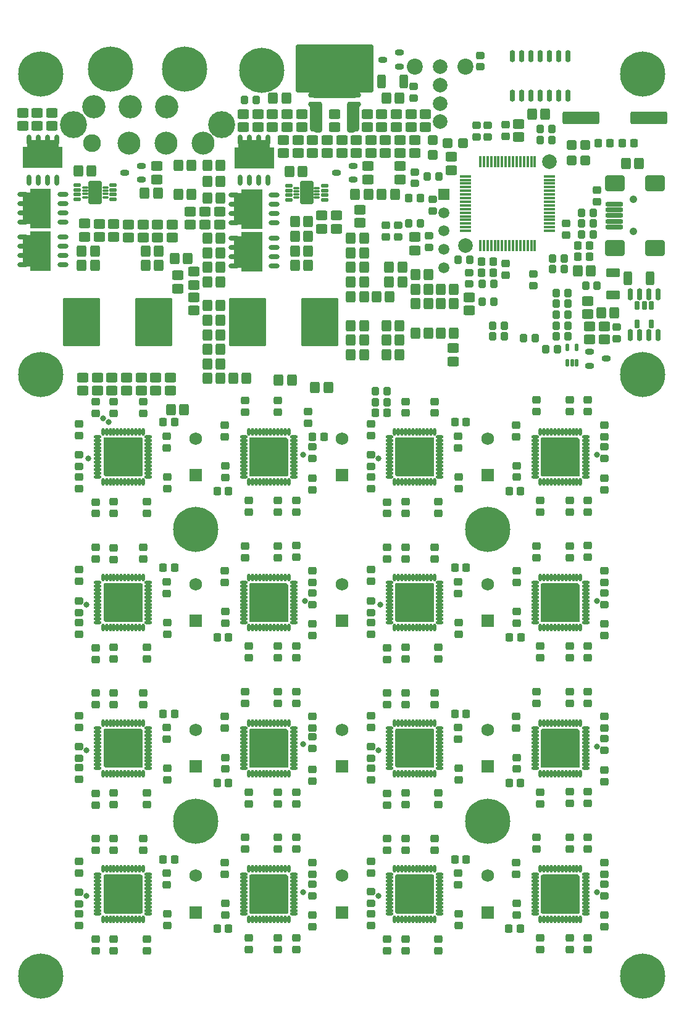
<source format=gts>
%FSLAX44Y44*%
%MOMM*%
G71*
G01*
G75*
G04 Layer_Color=8388736*
G04:AMPARAMS|DCode=10|XSize=1mm|YSize=0.9mm|CornerRadius=0.198mm|HoleSize=0mm|Usage=FLASHONLY|Rotation=270.000|XOffset=0mm|YOffset=0mm|HoleType=Round|Shape=RoundedRectangle|*
%AMROUNDEDRECTD10*
21,1,1.0000,0.5040,0,0,270.0*
21,1,0.6040,0.9000,0,0,270.0*
1,1,0.3960,-0.2520,-0.3020*
1,1,0.3960,-0.2520,0.3020*
1,1,0.3960,0.2520,0.3020*
1,1,0.3960,0.2520,-0.3020*
%
%ADD10ROUNDEDRECTD10*%
G04:AMPARAMS|DCode=11|XSize=0.9mm|YSize=0.4mm|CornerRadius=0.15mm|HoleSize=0mm|Usage=FLASHONLY|Rotation=90.000|XOffset=0mm|YOffset=0mm|HoleType=Round|Shape=RoundedRectangle|*
%AMROUNDEDRECTD11*
21,1,0.9000,0.1000,0,0,90.0*
21,1,0.6000,0.4000,0,0,90.0*
1,1,0.3000,0.0500,0.3000*
1,1,0.3000,0.0500,-0.3000*
1,1,0.3000,-0.0500,-0.3000*
1,1,0.3000,-0.0500,0.3000*
%
%ADD11ROUNDEDRECTD11*%
%ADD12O,0.6000X1.5500*%
G04:AMPARAMS|DCode=13|XSize=1mm|YSize=0.9mm|CornerRadius=0.198mm|HoleSize=0mm|Usage=FLASHONLY|Rotation=0.000|XOffset=0mm|YOffset=0mm|HoleType=Round|Shape=RoundedRectangle|*
%AMROUNDEDRECTD13*
21,1,1.0000,0.5040,0,0,0.0*
21,1,0.6040,0.9000,0,0,0.0*
1,1,0.3960,0.3020,-0.2520*
1,1,0.3960,-0.3020,-0.2520*
1,1,0.3960,-0.3020,0.2520*
1,1,0.3960,0.3020,0.2520*
%
%ADD13ROUNDEDRECTD13*%
G04:AMPARAMS|DCode=14|XSize=1.05mm|YSize=0.65mm|CornerRadius=0.2015mm|HoleSize=0mm|Usage=FLASHONLY|Rotation=0.000|XOffset=0mm|YOffset=0mm|HoleType=Round|Shape=RoundedRectangle|*
%AMROUNDEDRECTD14*
21,1,1.0500,0.2470,0,0,0.0*
21,1,0.6470,0.6500,0,0,0.0*
1,1,0.4030,0.3235,-0.1235*
1,1,0.4030,-0.3235,-0.1235*
1,1,0.4030,-0.3235,0.1235*
1,1,0.4030,0.3235,0.1235*
%
%ADD14ROUNDEDRECTD14*%
G04:AMPARAMS|DCode=15|XSize=1mm|YSize=0.95mm|CornerRadius=0.1995mm|HoleSize=0mm|Usage=FLASHONLY|Rotation=180.000|XOffset=0mm|YOffset=0mm|HoleType=Round|Shape=RoundedRectangle|*
%AMROUNDEDRECTD15*
21,1,1.0000,0.5510,0,0,180.0*
21,1,0.6010,0.9500,0,0,180.0*
1,1,0.3990,-0.3005,0.2755*
1,1,0.3990,0.3005,0.2755*
1,1,0.3990,0.3005,-0.2755*
1,1,0.3990,-0.3005,-0.2755*
%
%ADD15ROUNDEDRECTD15*%
%ADD16C,0.4000*%
%ADD17O,0.8500X0.2500*%
%ADD18O,0.2500X0.8500*%
G04:AMPARAMS|DCode=19|XSize=1mm|YSize=0.95mm|CornerRadius=0.1995mm|HoleSize=0mm|Usage=FLASHONLY|Rotation=90.000|XOffset=0mm|YOffset=0mm|HoleType=Round|Shape=RoundedRectangle|*
%AMROUNDEDRECTD19*
21,1,1.0000,0.5510,0,0,90.0*
21,1,0.6010,0.9500,0,0,90.0*
1,1,0.3990,0.2755,0.3005*
1,1,0.3990,0.2755,-0.3005*
1,1,0.3990,-0.2755,-0.3005*
1,1,0.3990,-0.2755,0.3005*
%
%ADD19ROUNDEDRECTD19*%
G04:AMPARAMS|DCode=20|XSize=1.45mm|YSize=1.15mm|CornerRadius=0.2013mm|HoleSize=0mm|Usage=FLASHONLY|Rotation=270.000|XOffset=0mm|YOffset=0mm|HoleType=Round|Shape=RoundedRectangle|*
%AMROUNDEDRECTD20*
21,1,1.4500,0.7475,0,0,270.0*
21,1,1.0475,1.1500,0,0,270.0*
1,1,0.4025,-0.3738,-0.5238*
1,1,0.4025,-0.3738,0.5238*
1,1,0.4025,0.3738,0.5238*
1,1,0.4025,0.3738,-0.5238*
%
%ADD20ROUNDEDRECTD20*%
G04:AMPARAMS|DCode=21|XSize=1.45mm|YSize=1.15mm|CornerRadius=0.2013mm|HoleSize=0mm|Usage=FLASHONLY|Rotation=0.000|XOffset=0mm|YOffset=0mm|HoleType=Round|Shape=RoundedRectangle|*
%AMROUNDEDRECTD21*
21,1,1.4500,0.7475,0,0,0.0*
21,1,1.0475,1.1500,0,0,0.0*
1,1,0.4025,0.5238,-0.3738*
1,1,0.4025,-0.5238,-0.3738*
1,1,0.4025,-0.5238,0.3738*
1,1,0.4025,0.5238,0.3738*
%
%ADD21ROUNDEDRECTD21*%
%ADD22C,0.6000*%
%ADD23O,1.3500X0.5000*%
G04:AMPARAMS|DCode=24|XSize=1.75mm|YSize=1.05mm|CornerRadius=0.1995mm|HoleSize=0mm|Usage=FLASHONLY|Rotation=90.000|XOffset=0mm|YOffset=0mm|HoleType=Round|Shape=RoundedRectangle|*
%AMROUNDEDRECTD24*
21,1,1.7500,0.6510,0,0,90.0*
21,1,1.3510,1.0500,0,0,90.0*
1,1,0.3990,0.3255,0.6755*
1,1,0.3990,0.3255,-0.6755*
1,1,0.3990,-0.3255,-0.6755*
1,1,0.3990,-0.3255,0.6755*
%
%ADD24ROUNDEDRECTD24*%
G04:AMPARAMS|DCode=25|XSize=1.75mm|YSize=1.05mm|CornerRadius=0.1995mm|HoleSize=0mm|Usage=FLASHONLY|Rotation=0.000|XOffset=0mm|YOffset=0mm|HoleType=Round|Shape=RoundedRectangle|*
%AMROUNDEDRECTD25*
21,1,1.7500,0.6510,0,0,0.0*
21,1,1.3510,1.0500,0,0,0.0*
1,1,0.3990,0.6755,-0.3255*
1,1,0.3990,-0.6755,-0.3255*
1,1,0.3990,-0.6755,0.3255*
1,1,0.3990,0.6755,0.3255*
%
%ADD25ROUNDEDRECTD25*%
%ADD26O,1.5500X0.6000*%
%ADD27O,0.5000X1.3500*%
G04:AMPARAMS|DCode=28|XSize=6.5mm|YSize=5mm|CornerRadius=0.25mm|HoleSize=0mm|Usage=FLASHONLY|Rotation=90.000|XOffset=0mm|YOffset=0mm|HoleType=Round|Shape=RoundedRectangle|*
%AMROUNDEDRECTD28*
21,1,6.5000,4.5000,0,0,90.0*
21,1,6.0000,5.0000,0,0,90.0*
1,1,0.5000,2.2500,3.0000*
1,1,0.5000,2.2500,-3.0000*
1,1,0.5000,-2.2500,-3.0000*
1,1,0.5000,-2.2500,3.0000*
%
%ADD28ROUNDEDRECTD28*%
%ADD29C,1.3000*%
%ADD30R,1.3000X1.3000*%
G04:AMPARAMS|DCode=31|XSize=4.9mm|YSize=1.6mm|CornerRadius=0.2mm|HoleSize=0mm|Usage=FLASHONLY|Rotation=180.000|XOffset=0mm|YOffset=0mm|HoleType=Round|Shape=RoundedRectangle|*
%AMROUNDEDRECTD31*
21,1,4.9000,1.2000,0,0,180.0*
21,1,4.5000,1.6000,0,0,180.0*
1,1,0.4000,-2.2500,0.6000*
1,1,0.4000,2.2500,0.6000*
1,1,0.4000,2.2500,-0.6000*
1,1,0.4000,-2.2500,-0.6000*
%
%ADD31ROUNDEDRECTD31*%
%ADD32O,1.5000X0.3000*%
%ADD33O,0.3000X1.5000*%
%ADD34C,1.0000*%
G04:AMPARAMS|DCode=35|XSize=1.1mm|YSize=0.6mm|CornerRadius=0.201mm|HoleSize=0mm|Usage=FLASHONLY|Rotation=270.000|XOffset=0mm|YOffset=0mm|HoleType=Round|Shape=RoundedRectangle|*
%AMROUNDEDRECTD35*
21,1,1.1000,0.1980,0,0,270.0*
21,1,0.6980,0.6000,0,0,270.0*
1,1,0.4020,-0.0990,-0.3490*
1,1,0.4020,-0.0990,0.3490*
1,1,0.4020,0.0990,0.3490*
1,1,0.4020,0.0990,-0.3490*
%
%ADD35ROUNDEDRECTD35*%
G04:AMPARAMS|DCode=36|XSize=2.5mm|YSize=2mm|CornerRadius=0.2mm|HoleSize=0mm|Usage=FLASHONLY|Rotation=180.000|XOffset=0mm|YOffset=0mm|HoleType=Round|Shape=RoundedRectangle|*
%AMROUNDEDRECTD36*
21,1,2.5000,1.6000,0,0,180.0*
21,1,2.1000,2.0000,0,0,180.0*
1,1,0.4000,-1.0500,0.8000*
1,1,0.4000,1.0500,0.8000*
1,1,0.4000,1.0500,-0.8000*
1,1,0.4000,-1.0500,-0.8000*
%
%ADD36ROUNDEDRECTD36*%
G04:AMPARAMS|DCode=37|XSize=2.3mm|YSize=0.5mm|CornerRadius=0.2mm|HoleSize=0mm|Usage=FLASHONLY|Rotation=180.000|XOffset=0mm|YOffset=0mm|HoleType=Round|Shape=RoundedRectangle|*
%AMROUNDEDRECTD37*
21,1,2.3000,0.1000,0,0,180.0*
21,1,1.9000,0.5000,0,0,180.0*
1,1,0.4000,-0.9500,0.0500*
1,1,0.4000,0.9500,0.0500*
1,1,0.4000,0.9500,-0.0500*
1,1,0.4000,-0.9500,-0.0500*
%
%ADD37ROUNDEDRECTD37*%
G04:AMPARAMS|DCode=38|XSize=1mm|YSize=0.45mm|CornerRadius=0.1125mm|HoleSize=0mm|Usage=FLASHONLY|Rotation=0.000|XOffset=0mm|YOffset=0mm|HoleType=Round|Shape=RoundedRectangle|*
%AMROUNDEDRECTD38*
21,1,1.0000,0.2250,0,0,0.0*
21,1,0.7750,0.4500,0,0,0.0*
1,1,0.2250,0.3875,-0.1125*
1,1,0.2250,-0.3875,-0.1125*
1,1,0.2250,-0.3875,0.1125*
1,1,0.2250,0.3875,0.1125*
%
%ADD38ROUNDEDRECTD38*%
G04:AMPARAMS|DCode=39|XSize=1.35mm|YSize=1.65mm|CornerRadius=0.27mm|HoleSize=0mm|Usage=FLASHONLY|Rotation=90.000|XOffset=0mm|YOffset=0mm|HoleType=Round|Shape=RoundedRectangle|*
%AMROUNDEDRECTD39*
21,1,1.3500,1.1100,0,0,90.0*
21,1,0.8100,1.6500,0,0,90.0*
1,1,0.5400,0.5550,0.4050*
1,1,0.5400,0.5550,-0.4050*
1,1,0.5400,-0.5550,-0.4050*
1,1,0.5400,-0.5550,0.4050*
%
%ADD39ROUNDEDRECTD39*%
G04:AMPARAMS|DCode=40|XSize=0.7mm|YSize=0.25mm|CornerRadius=0.0838mm|HoleSize=0mm|Usage=FLASHONLY|Rotation=0.000|XOffset=0mm|YOffset=0mm|HoleType=Round|Shape=RoundedRectangle|*
%AMROUNDEDRECTD40*
21,1,0.7000,0.0825,0,0,0.0*
21,1,0.5325,0.2500,0,0,0.0*
1,1,0.1675,0.2662,-0.0413*
1,1,0.1675,-0.2662,-0.0413*
1,1,0.1675,-0.2662,0.0413*
1,1,0.1675,0.2662,0.0413*
%
%ADD40ROUNDEDRECTD40*%
G04:AMPARAMS|DCode=41|XSize=3mm|YSize=1.65mm|CornerRadius=0.1073mm|HoleSize=0mm|Usage=FLASHONLY|Rotation=90.000|XOffset=0mm|YOffset=0mm|HoleType=Round|Shape=RoundedRectangle|*
%AMROUNDEDRECTD41*
21,1,3.0000,1.4355,0,0,90.0*
21,1,2.7855,1.6500,0,0,90.0*
1,1,0.2145,0.7178,1.3927*
1,1,0.2145,0.7178,-1.3927*
1,1,0.2145,-0.7178,-1.3927*
1,1,0.2145,-0.7178,1.3927*
%
%ADD41ROUNDEDRECTD41*%
G04:AMPARAMS|DCode=42|XSize=1.2mm|YSize=1.2mm|CornerRadius=0.198mm|HoleSize=0mm|Usage=FLASHONLY|Rotation=0.000|XOffset=0mm|YOffset=0mm|HoleType=Round|Shape=RoundedRectangle|*
%AMROUNDEDRECTD42*
21,1,1.2000,0.8040,0,0,0.0*
21,1,0.8040,1.2000,0,0,0.0*
1,1,0.3960,0.4020,-0.4020*
1,1,0.3960,-0.4020,-0.4020*
1,1,0.3960,-0.4020,0.4020*
1,1,0.3960,0.4020,0.4020*
%
%ADD42ROUNDEDRECTD42*%
G04:AMPARAMS|DCode=43|XSize=1.2mm|YSize=1.2mm|CornerRadius=0.198mm|HoleSize=0mm|Usage=FLASHONLY|Rotation=270.000|XOffset=0mm|YOffset=0mm|HoleType=Round|Shape=RoundedRectangle|*
%AMROUNDEDRECTD43*
21,1,1.2000,0.8040,0,0,270.0*
21,1,0.8040,1.2000,0,0,270.0*
1,1,0.3960,-0.4020,-0.4020*
1,1,0.3960,-0.4020,0.4020*
1,1,0.3960,0.4020,0.4020*
1,1,0.3960,0.4020,-0.4020*
%
%ADD43ROUNDEDRECTD43*%
G04:AMPARAMS|DCode=44|XSize=6.45mm|YSize=6mm|CornerRadius=0.21mm|HoleSize=0mm|Usage=FLASHONLY|Rotation=90.000|XOffset=0mm|YOffset=0mm|HoleType=Round|Shape=RoundedRectangle|*
%AMROUNDEDRECTD44*
21,1,6.4500,5.5800,0,0,90.0*
21,1,6.0300,6.0000,0,0,90.0*
1,1,0.4200,2.7900,3.0150*
1,1,0.4200,2.7900,-3.0150*
1,1,0.4200,-2.7900,-3.0150*
1,1,0.4200,-2.7900,3.0150*
%
%ADD44ROUNDEDRECTD44*%
G04:AMPARAMS|DCode=45|XSize=2.85mm|YSize=1mm|CornerRadius=0.2mm|HoleSize=0mm|Usage=FLASHONLY|Rotation=90.000|XOffset=0mm|YOffset=0mm|HoleType=Round|Shape=RoundedRectangle|*
%AMROUNDEDRECTD45*
21,1,2.8500,0.6000,0,0,90.0*
21,1,2.4500,1.0000,0,0,90.0*
1,1,0.4000,0.3000,1.2250*
1,1,0.4000,0.3000,-1.2250*
1,1,0.4000,-0.3000,-1.2250*
1,1,0.4000,-0.3000,1.2250*
%
%ADD45ROUNDEDRECTD45*%
G04:AMPARAMS|DCode=46|XSize=3.95mm|YSize=1.5mm|CornerRadius=0.2475mm|HoleSize=0mm|Usage=FLASHONLY|Rotation=90.000|XOffset=0mm|YOffset=0mm|HoleType=Round|Shape=RoundedRectangle|*
%AMROUNDEDRECTD46*
21,1,3.9500,1.0050,0,0,90.0*
21,1,3.4550,1.5000,0,0,90.0*
1,1,0.4950,0.5025,1.7275*
1,1,0.4950,0.5025,-1.7275*
1,1,0.4950,-0.5025,-1.7275*
1,1,0.4950,-0.5025,1.7275*
%
%ADD46ROUNDEDRECTD46*%
G04:AMPARAMS|DCode=47|XSize=6.4mm|YSize=10.5mm|CornerRadius=0.128mm|HoleSize=0mm|Usage=FLASHONLY|Rotation=90.000|XOffset=0mm|YOffset=0mm|HoleType=Round|Shape=RoundedRectangle|*
%AMROUNDEDRECTD47*
21,1,6.4000,10.2440,0,0,90.0*
21,1,6.1440,10.5000,0,0,90.0*
1,1,0.2560,5.1220,3.0720*
1,1,0.2560,5.1220,-3.0720*
1,1,0.2560,-5.1220,-3.0720*
1,1,0.2560,-5.1220,3.0720*
%
%ADD47ROUNDEDRECTD47*%
%ADD48C,0.2500*%
%ADD49C,0.3000*%
%ADD50C,0.5000*%
%ADD51C,0.6000*%
%ADD52C,0.2540*%
%ADD53C,1.0000*%
%ADD54C,0.4000*%
%ADD55C,0.4500*%
%ADD56C,0.8000*%
%ADD57C,0.5500*%
%ADD58C,1.6000*%
%ADD59R,1.6000X1.6000*%
%ADD60C,6.0000*%
%ADD61C,3.0000*%
%ADD62C,2.0000*%
%ADD63C,0.5000*%
%ADD64C,1.8500*%
%ADD65C,3.5000*%
%ADD66C,2.3000*%
%ADD67C,2.0000*%
%ADD68C,1.8000*%
%ADD69C,0.0000*%
G04:AMPARAMS|DCode=70|XSize=1.15mm|YSize=1.05mm|CornerRadius=0.273mm|HoleSize=0mm|Usage=FLASHONLY|Rotation=270.000|XOffset=0mm|YOffset=0mm|HoleType=Round|Shape=RoundedRectangle|*
%AMROUNDEDRECTD70*
21,1,1.1500,0.5040,0,0,270.0*
21,1,0.6040,1.0500,0,0,270.0*
1,1,0.5460,-0.2520,-0.3020*
1,1,0.5460,-0.2520,0.3020*
1,1,0.5460,0.2520,0.3020*
1,1,0.5460,0.2520,-0.3020*
%
%ADD70ROUNDEDRECTD70*%
G04:AMPARAMS|DCode=71|XSize=1.05mm|YSize=0.55mm|CornerRadius=0.225mm|HoleSize=0mm|Usage=FLASHONLY|Rotation=90.000|XOffset=0mm|YOffset=0mm|HoleType=Round|Shape=RoundedRectangle|*
%AMROUNDEDRECTD71*
21,1,1.0500,0.1000,0,0,90.0*
21,1,0.6000,0.5500,0,0,90.0*
1,1,0.4500,0.0500,0.3000*
1,1,0.4500,0.0500,-0.3000*
1,1,0.4500,-0.0500,-0.3000*
1,1,0.4500,-0.0500,0.3000*
%
%ADD71ROUNDEDRECTD71*%
%ADD72O,0.7500X1.7000*%
G04:AMPARAMS|DCode=73|XSize=1.15mm|YSize=1.05mm|CornerRadius=0.273mm|HoleSize=0mm|Usage=FLASHONLY|Rotation=0.000|XOffset=0mm|YOffset=0mm|HoleType=Round|Shape=RoundedRectangle|*
%AMROUNDEDRECTD73*
21,1,1.1500,0.5040,0,0,0.0*
21,1,0.6040,1.0500,0,0,0.0*
1,1,0.5460,0.3020,-0.2520*
1,1,0.5460,-0.3020,-0.2520*
1,1,0.5460,-0.3020,0.2520*
1,1,0.5460,0.3020,0.2520*
%
%ADD73ROUNDEDRECTD73*%
G04:AMPARAMS|DCode=74|XSize=1.2mm|YSize=0.8mm|CornerRadius=0.2765mm|HoleSize=0mm|Usage=FLASHONLY|Rotation=0.000|XOffset=0mm|YOffset=0mm|HoleType=Round|Shape=RoundedRectangle|*
%AMROUNDEDRECTD74*
21,1,1.2000,0.2470,0,0,0.0*
21,1,0.6470,0.8000,0,0,0.0*
1,1,0.5530,0.3235,-0.1235*
1,1,0.5530,-0.3235,-0.1235*
1,1,0.5530,-0.3235,0.1235*
1,1,0.5530,0.3235,0.1235*
%
%ADD74ROUNDEDRECTD74*%
G04:AMPARAMS|DCode=75|XSize=1.15mm|YSize=1.1mm|CornerRadius=0.2745mm|HoleSize=0mm|Usage=FLASHONLY|Rotation=180.000|XOffset=0mm|YOffset=0mm|HoleType=Round|Shape=RoundedRectangle|*
%AMROUNDEDRECTD75*
21,1,1.1500,0.5510,0,0,180.0*
21,1,0.6010,1.1000,0,0,180.0*
1,1,0.5490,-0.3005,0.2755*
1,1,0.5490,0.3005,0.2755*
1,1,0.5490,0.3005,-0.2755*
1,1,0.5490,-0.3005,-0.2755*
%
%ADD75ROUNDEDRECTD75*%
%ADD76O,1.0500X0.4500*%
%ADD77O,0.4500X1.0500*%
G04:AMPARAMS|DCode=78|XSize=1.15mm|YSize=1.1mm|CornerRadius=0.2745mm|HoleSize=0mm|Usage=FLASHONLY|Rotation=90.000|XOffset=0mm|YOffset=0mm|HoleType=Round|Shape=RoundedRectangle|*
%AMROUNDEDRECTD78*
21,1,1.1500,0.5510,0,0,90.0*
21,1,0.6010,1.1000,0,0,90.0*
1,1,0.5490,0.2755,0.3005*
1,1,0.5490,0.2755,-0.3005*
1,1,0.5490,-0.2755,-0.3005*
1,1,0.5490,-0.2755,0.3005*
%
%ADD78ROUNDEDRECTD78*%
G04:AMPARAMS|DCode=79|XSize=1.6mm|YSize=1.3mm|CornerRadius=0.2763mm|HoleSize=0mm|Usage=FLASHONLY|Rotation=270.000|XOffset=0mm|YOffset=0mm|HoleType=Round|Shape=RoundedRectangle|*
%AMROUNDEDRECTD79*
21,1,1.6000,0.7475,0,0,270.0*
21,1,1.0475,1.3000,0,0,270.0*
1,1,0.5525,-0.3738,-0.5238*
1,1,0.5525,-0.3738,0.5238*
1,1,0.5525,0.3738,0.5238*
1,1,0.5525,0.3738,-0.5238*
%
%ADD79ROUNDEDRECTD79*%
G04:AMPARAMS|DCode=80|XSize=1.6mm|YSize=1.3mm|CornerRadius=0.2763mm|HoleSize=0mm|Usage=FLASHONLY|Rotation=0.000|XOffset=0mm|YOffset=0mm|HoleType=Round|Shape=RoundedRectangle|*
%AMROUNDEDRECTD80*
21,1,1.6000,0.7475,0,0,0.0*
21,1,1.0475,1.3000,0,0,0.0*
1,1,0.5525,0.5238,-0.3738*
1,1,0.5525,-0.5238,-0.3738*
1,1,0.5525,-0.5238,0.3738*
1,1,0.5525,0.5238,0.3738*
%
%ADD80ROUNDEDRECTD80*%
%ADD81C,0.8000*%
%ADD82O,1.5000X0.6500*%
G04:AMPARAMS|DCode=83|XSize=1.9mm|YSize=1.2mm|CornerRadius=0.2745mm|HoleSize=0mm|Usage=FLASHONLY|Rotation=90.000|XOffset=0mm|YOffset=0mm|HoleType=Round|Shape=RoundedRectangle|*
%AMROUNDEDRECTD83*
21,1,1.9000,0.6510,0,0,90.0*
21,1,1.3510,1.2000,0,0,90.0*
1,1,0.5490,0.3255,0.6755*
1,1,0.5490,0.3255,-0.6755*
1,1,0.5490,-0.3255,-0.6755*
1,1,0.5490,-0.3255,0.6755*
%
%ADD83ROUNDEDRECTD83*%
G04:AMPARAMS|DCode=84|XSize=1.9mm|YSize=1.2mm|CornerRadius=0.2745mm|HoleSize=0mm|Usage=FLASHONLY|Rotation=0.000|XOffset=0mm|YOffset=0mm|HoleType=Round|Shape=RoundedRectangle|*
%AMROUNDEDRECTD84*
21,1,1.9000,0.6510,0,0,0.0*
21,1,1.3510,1.2000,0,0,0.0*
1,1,0.5490,0.6755,-0.3255*
1,1,0.5490,-0.6755,-0.3255*
1,1,0.5490,-0.6755,0.3255*
1,1,0.5490,0.6755,0.3255*
%
%ADD84ROUNDEDRECTD84*%
%ADD85O,1.7000X0.7500*%
%ADD86O,0.6500X1.5000*%
G04:AMPARAMS|DCode=87|XSize=6.65mm|YSize=5.15mm|CornerRadius=0.325mm|HoleSize=0mm|Usage=FLASHONLY|Rotation=90.000|XOffset=0mm|YOffset=0mm|HoleType=Round|Shape=RoundedRectangle|*
%AMROUNDEDRECTD87*
21,1,6.6500,4.5000,0,0,90.0*
21,1,6.0000,5.1500,0,0,90.0*
1,1,0.6500,2.2500,3.0000*
1,1,0.6500,2.2500,-3.0000*
1,1,0.6500,-2.2500,-3.0000*
1,1,0.6500,-2.2500,3.0000*
%
%ADD87ROUNDEDRECTD87*%
%ADD88C,1.5000*%
%ADD89R,1.5000X1.5000*%
G04:AMPARAMS|DCode=90|XSize=5.05mm|YSize=1.75mm|CornerRadius=0.275mm|HoleSize=0mm|Usage=FLASHONLY|Rotation=180.000|XOffset=0mm|YOffset=0mm|HoleType=Round|Shape=RoundedRectangle|*
%AMROUNDEDRECTD90*
21,1,5.0500,1.2000,0,0,180.0*
21,1,4.5000,1.7500,0,0,180.0*
1,1,0.5500,-2.2500,0.6000*
1,1,0.5500,2.2500,0.6000*
1,1,0.5500,2.2500,-0.6000*
1,1,0.5500,-2.2500,-0.6000*
%
%ADD90ROUNDEDRECTD90*%
%ADD91O,1.6000X0.4000*%
%ADD92O,0.4000X1.6000*%
%ADD93C,2.0000*%
G04:AMPARAMS|DCode=94|XSize=1.25mm|YSize=0.75mm|CornerRadius=0.276mm|HoleSize=0mm|Usage=FLASHONLY|Rotation=270.000|XOffset=0mm|YOffset=0mm|HoleType=Round|Shape=RoundedRectangle|*
%AMROUNDEDRECTD94*
21,1,1.2500,0.1980,0,0,270.0*
21,1,0.6980,0.7500,0,0,270.0*
1,1,0.5520,-0.0990,-0.3490*
1,1,0.5520,-0.0990,0.3490*
1,1,0.5520,0.0990,0.3490*
1,1,0.5520,0.0990,-0.3490*
%
%ADD94ROUNDEDRECTD94*%
G04:AMPARAMS|DCode=95|XSize=2.65mm|YSize=2.15mm|CornerRadius=0.275mm|HoleSize=0mm|Usage=FLASHONLY|Rotation=180.000|XOffset=0mm|YOffset=0mm|HoleType=Round|Shape=RoundedRectangle|*
%AMROUNDEDRECTD95*
21,1,2.6500,1.6000,0,0,180.0*
21,1,2.1000,2.1500,0,0,180.0*
1,1,0.5500,-1.0500,0.8000*
1,1,0.5500,1.0500,0.8000*
1,1,0.5500,1.0500,-0.8000*
1,1,0.5500,-1.0500,-0.8000*
%
%ADD95ROUNDEDRECTD95*%
G04:AMPARAMS|DCode=96|XSize=2.45mm|YSize=0.65mm|CornerRadius=0.275mm|HoleSize=0mm|Usage=FLASHONLY|Rotation=180.000|XOffset=0mm|YOffset=0mm|HoleType=Round|Shape=RoundedRectangle|*
%AMROUNDEDRECTD96*
21,1,2.4500,0.1000,0,0,180.0*
21,1,1.9000,0.6500,0,0,180.0*
1,1,0.5500,-0.9500,0.0500*
1,1,0.5500,0.9500,0.0500*
1,1,0.5500,0.9500,-0.0500*
1,1,0.5500,-0.9500,-0.0500*
%
%ADD96ROUNDEDRECTD96*%
G04:AMPARAMS|DCode=97|XSize=1.1mm|YSize=0.55mm|CornerRadius=0.1625mm|HoleSize=0mm|Usage=FLASHONLY|Rotation=0.000|XOffset=0mm|YOffset=0mm|HoleType=Round|Shape=RoundedRectangle|*
%AMROUNDEDRECTD97*
21,1,1.1000,0.2250,0,0,0.0*
21,1,0.7750,0.5500,0,0,0.0*
1,1,0.3250,0.3875,-0.1125*
1,1,0.3250,-0.3875,-0.1125*
1,1,0.3250,-0.3875,0.1125*
1,1,0.3250,0.3875,0.1125*
%
%ADD97ROUNDEDRECTD97*%
G04:AMPARAMS|DCode=98|XSize=1.5mm|YSize=1.8mm|CornerRadius=0.345mm|HoleSize=0mm|Usage=FLASHONLY|Rotation=90.000|XOffset=0mm|YOffset=0mm|HoleType=Round|Shape=RoundedRectangle|*
%AMROUNDEDRECTD98*
21,1,1.5000,1.1100,0,0,90.0*
21,1,0.8100,1.8000,0,0,90.0*
1,1,0.6900,0.5550,0.4050*
1,1,0.6900,0.5550,-0.4050*
1,1,0.6900,-0.5550,-0.4050*
1,1,0.6900,-0.5550,0.4050*
%
%ADD98ROUNDEDRECTD98*%
G04:AMPARAMS|DCode=99|XSize=0.8mm|YSize=0.35mm|CornerRadius=0.1338mm|HoleSize=0mm|Usage=FLASHONLY|Rotation=0.000|XOffset=0mm|YOffset=0mm|HoleType=Round|Shape=RoundedRectangle|*
%AMROUNDEDRECTD99*
21,1,0.8000,0.0825,0,0,0.0*
21,1,0.5325,0.3500,0,0,0.0*
1,1,0.2675,0.2662,-0.0413*
1,1,0.2675,-0.2662,-0.0413*
1,1,0.2675,-0.2662,0.0413*
1,1,0.2675,0.2662,0.0413*
%
%ADD99ROUNDEDRECTD99*%
G04:AMPARAMS|DCode=100|XSize=3.15mm|YSize=1.8mm|CornerRadius=0.1823mm|HoleSize=0mm|Usage=FLASHONLY|Rotation=90.000|XOffset=0mm|YOffset=0mm|HoleType=Round|Shape=RoundedRectangle|*
%AMROUNDEDRECTD100*
21,1,3.1500,1.4355,0,0,90.0*
21,1,2.7855,1.8000,0,0,90.0*
1,1,0.3645,0.7178,1.3927*
1,1,0.3645,0.7178,-1.3927*
1,1,0.3645,-0.7178,-1.3927*
1,1,0.3645,-0.7178,1.3927*
%
%ADD100ROUNDEDRECTD100*%
G04:AMPARAMS|DCode=101|XSize=1.35mm|YSize=1.35mm|CornerRadius=0.273mm|HoleSize=0mm|Usage=FLASHONLY|Rotation=0.000|XOffset=0mm|YOffset=0mm|HoleType=Round|Shape=RoundedRectangle|*
%AMROUNDEDRECTD101*
21,1,1.3500,0.8040,0,0,0.0*
21,1,0.8040,1.3500,0,0,0.0*
1,1,0.5460,0.4020,-0.4020*
1,1,0.5460,-0.4020,-0.4020*
1,1,0.5460,-0.4020,0.4020*
1,1,0.5460,0.4020,0.4020*
%
%ADD101ROUNDEDRECTD101*%
G04:AMPARAMS|DCode=102|XSize=1.35mm|YSize=1.35mm|CornerRadius=0.273mm|HoleSize=0mm|Usage=FLASHONLY|Rotation=270.000|XOffset=0mm|YOffset=0mm|HoleType=Round|Shape=RoundedRectangle|*
%AMROUNDEDRECTD102*
21,1,1.3500,0.8040,0,0,270.0*
21,1,0.8040,1.3500,0,0,270.0*
1,1,0.5460,-0.4020,-0.4020*
1,1,0.5460,-0.4020,0.4020*
1,1,0.5460,0.4020,0.4020*
1,1,0.5460,0.4020,-0.4020*
%
%ADD102ROUNDEDRECTD102*%
G04:AMPARAMS|DCode=103|XSize=6.6mm|YSize=6.15mm|CornerRadius=0.285mm|HoleSize=0mm|Usage=FLASHONLY|Rotation=90.000|XOffset=0mm|YOffset=0mm|HoleType=Round|Shape=RoundedRectangle|*
%AMROUNDEDRECTD103*
21,1,6.6000,5.5800,0,0,90.0*
21,1,6.0300,6.1500,0,0,90.0*
1,1,0.5700,2.7900,3.0150*
1,1,0.5700,2.7900,-3.0150*
1,1,0.5700,-2.7900,-3.0150*
1,1,0.5700,-2.7900,3.0150*
%
%ADD103ROUNDEDRECTD103*%
G04:AMPARAMS|DCode=104|XSize=3mm|YSize=1.15mm|CornerRadius=0.275mm|HoleSize=0mm|Usage=FLASHONLY|Rotation=90.000|XOffset=0mm|YOffset=0mm|HoleType=Round|Shape=RoundedRectangle|*
%AMROUNDEDRECTD104*
21,1,3.0000,0.6000,0,0,90.0*
21,1,2.4500,1.1500,0,0,90.0*
1,1,0.5500,0.3000,1.2250*
1,1,0.5500,0.3000,-1.2250*
1,1,0.5500,-0.3000,-1.2250*
1,1,0.5500,-0.3000,1.2250*
%
%ADD104ROUNDEDRECTD104*%
G04:AMPARAMS|DCode=105|XSize=4.1mm|YSize=1.65mm|CornerRadius=0.3225mm|HoleSize=0mm|Usage=FLASHONLY|Rotation=90.000|XOffset=0mm|YOffset=0mm|HoleType=Round|Shape=RoundedRectangle|*
%AMROUNDEDRECTD105*
21,1,4.1000,1.0050,0,0,90.0*
21,1,3.4550,1.6500,0,0,90.0*
1,1,0.6450,0.5025,1.7275*
1,1,0.6450,0.5025,-1.7275*
1,1,0.6450,-0.5025,-1.7275*
1,1,0.6450,-0.5025,1.7275*
%
%ADD105ROUNDEDRECTD105*%
G04:AMPARAMS|DCode=106|XSize=6.55mm|YSize=10.65mm|CornerRadius=0.203mm|HoleSize=0mm|Usage=FLASHONLY|Rotation=90.000|XOffset=0mm|YOffset=0mm|HoleType=Round|Shape=RoundedRectangle|*
%AMROUNDEDRECTD106*
21,1,6.5500,10.2440,0,0,90.0*
21,1,6.1440,10.6500,0,0,90.0*
1,1,0.4060,5.1220,3.0720*
1,1,0.4060,5.1220,-3.0720*
1,1,0.4060,-5.1220,-3.0720*
1,1,0.4060,-5.1220,3.0720*
%
%ADD106ROUNDEDRECTD106*%
%ADD107C,1.7500*%
%ADD108R,1.7500X1.7500*%
%ADD109C,6.2000*%
%ADD110C,3.2000*%
%ADD111C,2.2000*%
%ADD112C,1.0500*%
%ADD113C,3.7000*%
%ADD114C,3.1500*%
%ADD115C,2.4500*%
G36*
X125530Y-73366D02*
X126192Y-73808D01*
X126634Y-74470D01*
X126789Y-75250D01*
X126750D01*
X126789Y-124750D01*
X126634Y-125530D01*
X126192Y-126192D01*
X125530Y-126634D01*
X124750Y-126789D01*
Y-126750D01*
X75870D01*
X73250Y-124130D01*
X73211Y-75250D01*
X73366Y-74470D01*
X73808Y-73808D01*
X74470Y-73366D01*
X75250Y-73211D01*
Y-73250D01*
X124750Y-73211D01*
X125530Y-73366D01*
D02*
G37*
G36*
X-274470D02*
X-273808Y-73808D01*
X-273366Y-74470D01*
X-273211Y-75250D01*
X-273250D01*
X-273211Y-124750D01*
X-273366Y-125530D01*
X-273808Y-126192D01*
X-274470Y-126634D01*
X-275250Y-126789D01*
Y-126750D01*
X-324130D01*
X-326750Y-124130D01*
X-326789Y-75250D01*
X-326634Y-74470D01*
X-326192Y-73808D01*
X-325530Y-73366D01*
X-324750Y-73211D01*
Y-73250D01*
X-275250Y-73211D01*
X-274470Y-73366D01*
D02*
G37*
G36*
X-124750Y126750D02*
X-75870D01*
X-73250Y124130D01*
X-73211Y75250D01*
X-73366Y74470D01*
X-73808Y73808D01*
X-74470Y73366D01*
X-75250Y73211D01*
Y73250D01*
X-124750Y73211D01*
X-125530Y73366D01*
X-126192Y73808D01*
X-126634Y74470D01*
X-126789Y75250D01*
X-126750D01*
X-126789Y124750D01*
X-126634Y125530D01*
X-126192Y126192D01*
X-125530Y126634D01*
X-124750Y126789D01*
Y126750D01*
D02*
G37*
G36*
X-274470Y126634D02*
X-273808Y126192D01*
X-273366Y125530D01*
X-273211Y124750D01*
X-273250D01*
X-273211Y75250D01*
X-273366Y74470D01*
X-273808Y73808D01*
X-274470Y73366D01*
X-275250Y73211D01*
Y73250D01*
X-324130D01*
X-326750Y75870D01*
X-326789Y124750D01*
X-326634Y125530D01*
X-326192Y126192D01*
X-325530Y126634D01*
X-324750Y126789D01*
Y126750D01*
X-275250Y126789D01*
X-274470Y126634D01*
D02*
G37*
G36*
X275250Y126750D02*
X324130D01*
X326750Y124130D01*
X326789Y75250D01*
X326634Y74470D01*
X326192Y73808D01*
X325530Y73366D01*
X324750Y73211D01*
Y73250D01*
X275250Y73211D01*
X274470Y73366D01*
X273808Y73808D01*
X273366Y74470D01*
X273211Y75250D01*
X273250D01*
X273211Y124750D01*
X273366Y125530D01*
X273808Y126192D01*
X274470Y126634D01*
X275250Y126789D01*
Y126750D01*
D02*
G37*
G36*
Y-73250D02*
X324130D01*
X326750Y-75870D01*
X326789Y-124750D01*
X326634Y-125530D01*
X326192Y-126192D01*
X325530Y-126634D01*
X324750Y-126789D01*
Y-126750D01*
X275250Y-126789D01*
X274470Y-126634D01*
X273808Y-126192D01*
X273366Y-125530D01*
X273211Y-124750D01*
X273250D01*
X273211Y-75250D01*
X273366Y-74470D01*
X273808Y-73808D01*
X274470Y-73366D01*
X275250Y-73211D01*
Y-73250D01*
D02*
G37*
G36*
Y-273250D02*
X324130D01*
X326750Y-275870D01*
X326789Y-324750D01*
X326634Y-325530D01*
X326192Y-326192D01*
X325530Y-326634D01*
X324750Y-326789D01*
Y-326750D01*
X275250Y-326789D01*
X274470Y-326634D01*
X273808Y-326192D01*
X273366Y-325530D01*
X273211Y-324750D01*
X273250D01*
X273211Y-275250D01*
X273366Y-274470D01*
X273808Y-273808D01*
X274470Y-273366D01*
X275250Y-273211D01*
Y-273250D01*
D02*
G37*
G36*
X-124750D02*
X-75870D01*
X-73250Y-275870D01*
X-73211Y-324750D01*
X-73366Y-325530D01*
X-73808Y-326192D01*
X-74470Y-326634D01*
X-75250Y-326789D01*
Y-326750D01*
X-124750Y-326789D01*
X-125530Y-326634D01*
X-126192Y-326192D01*
X-126634Y-325530D01*
X-126789Y-324750D01*
X-126750D01*
X-126789Y-275250D01*
X-126634Y-274470D01*
X-126192Y-273808D01*
X-125530Y-273366D01*
X-124750Y-273211D01*
Y-273250D01*
D02*
G37*
G36*
X-274470Y-273366D02*
X-273808Y-273808D01*
X-273366Y-274470D01*
X-273211Y-275250D01*
X-273250D01*
X-273211Y-324750D01*
X-273366Y-325530D01*
X-273808Y-326192D01*
X-274470Y-326634D01*
X-275250Y-326789D01*
Y-326750D01*
X-324130D01*
X-326750Y-324130D01*
X-326789Y-275250D01*
X-326634Y-274470D01*
X-326192Y-273808D01*
X-325530Y-273366D01*
X-324750Y-273211D01*
Y-273250D01*
X-275250Y-273211D01*
X-274470Y-273366D01*
D02*
G37*
G36*
X-124750Y-73250D02*
X-75870D01*
X-73250Y-75870D01*
X-73211Y-124750D01*
X-73366Y-125530D01*
X-73808Y-126192D01*
X-74470Y-126634D01*
X-75250Y-126789D01*
Y-126750D01*
X-124750Y-126789D01*
X-125530Y-126634D01*
X-126192Y-126192D01*
X-126634Y-125530D01*
X-126789Y-124750D01*
X-126750D01*
X-126789Y-75250D01*
X-126634Y-74470D01*
X-126192Y-73808D01*
X-125530Y-73366D01*
X-124750Y-73211D01*
Y-73250D01*
D02*
G37*
G36*
X125530Y-273366D02*
X126192Y-273808D01*
X126634Y-274470D01*
X126789Y-275250D01*
X126750D01*
X126789Y-324750D01*
X126634Y-325530D01*
X126192Y-326192D01*
X125530Y-326634D01*
X124750Y-326789D01*
Y-326750D01*
X75870D01*
X73250Y-324130D01*
X73211Y-275250D01*
X73366Y-274470D01*
X73808Y-273808D01*
X74470Y-273366D01*
X75250Y-273211D01*
Y-273250D01*
X124750Y-273211D01*
X125530Y-273366D01*
D02*
G37*
G36*
X-109001Y612999D02*
X-137501D01*
Y618499D01*
X-147501D01*
Y661499D01*
X-137501D01*
Y666999D01*
X-109001D01*
Y612999D01*
D02*
G37*
G36*
X-399000Y555500D02*
X-427500D01*
Y561000D01*
X-437500D01*
Y604000D01*
X-427500D01*
Y609500D01*
X-399000D01*
Y555500D01*
D02*
G37*
G36*
X-398951Y613749D02*
X-427451D01*
Y619249D01*
X-437451D01*
Y662249D01*
X-427451D01*
Y667749D01*
X-398951D01*
Y613749D01*
D02*
G37*
G36*
X-388500Y725000D02*
X-383000D01*
Y696500D01*
X-437000D01*
Y725000D01*
X-431500D01*
Y735000D01*
X-388500D01*
Y725000D01*
D02*
G37*
G36*
X-98550Y724250D02*
X-93050D01*
Y695750D01*
X-147050D01*
Y724250D01*
X-141550D01*
Y734250D01*
X-98550D01*
Y724250D01*
D02*
G37*
G36*
X-109000Y554300D02*
X-137500D01*
Y559800D01*
X-147500D01*
Y602800D01*
X-137500D01*
Y608300D01*
X-109000D01*
Y554300D01*
D02*
G37*
G36*
X-124750Y326750D02*
X-75870D01*
X-73250Y324130D01*
X-73211Y275250D01*
X-73366Y274470D01*
X-73808Y273808D01*
X-74470Y273366D01*
X-75250Y273211D01*
Y273250D01*
X-124750Y273211D01*
X-125530Y273366D01*
X-126192Y273808D01*
X-126634Y274470D01*
X-126789Y275250D01*
X-126750D01*
X-126789Y324750D01*
X-126634Y325530D01*
X-126192Y326192D01*
X-125530Y326634D01*
X-124750Y326789D01*
Y326750D01*
D02*
G37*
G36*
X125530Y126634D02*
X126192Y126192D01*
X126634Y125530D01*
X126789Y124750D01*
X126750D01*
X126789Y75250D01*
X126634Y74470D01*
X126192Y73808D01*
X125530Y73366D01*
X124750Y73211D01*
Y73250D01*
X75870D01*
X73250Y75870D01*
X73211Y124750D01*
X73366Y125530D01*
X73808Y126192D01*
X74470Y126634D01*
X75250Y126789D01*
Y126750D01*
X124750Y126789D01*
X125530Y126634D01*
D02*
G37*
G36*
X275250Y326750D02*
X324130D01*
X326750Y324130D01*
X326789Y275250D01*
X326634Y274470D01*
X326192Y273808D01*
X325530Y273366D01*
X324750Y273211D01*
Y273250D01*
X275250Y273211D01*
X274470Y273366D01*
X273808Y273808D01*
X273366Y274470D01*
X273211Y275250D01*
X273250D01*
X273211Y324750D01*
X273366Y325530D01*
X273808Y326192D01*
X274470Y326634D01*
X275250Y326789D01*
Y326750D01*
D02*
G37*
G36*
X125530Y326634D02*
X126192Y326192D01*
X126634Y325530D01*
X126789Y324750D01*
X126750D01*
X126789Y275250D01*
X126634Y274470D01*
X126192Y273808D01*
X125530Y273366D01*
X124750Y273211D01*
Y273250D01*
X75870D01*
X73250Y275870D01*
X73211Y324750D01*
X73366Y325530D01*
X73808Y326192D01*
X74470Y326634D01*
X75250Y326789D01*
Y326750D01*
X124750Y326789D01*
X125530Y326634D01*
D02*
G37*
G36*
X-274470D02*
X-273808Y326192D01*
X-273366Y325530D01*
X-273211Y324750D01*
X-273250D01*
X-273211Y275250D01*
X-273366Y274470D01*
X-273808Y273808D01*
X-274470Y273366D01*
X-275250Y273211D01*
Y273250D01*
X-324130D01*
X-326750Y275870D01*
X-326789Y324750D01*
X-326634Y325530D01*
X-326192Y326192D01*
X-325530Y326634D01*
X-324750Y326789D01*
Y326750D01*
X-275250Y326789D01*
X-274470Y326634D01*
D02*
G37*
D22*
X300000Y-300000D02*
D03*
Y-100000D02*
D03*
Y100000D02*
D03*
Y300000D02*
D03*
X100000D02*
D03*
Y100000D02*
D03*
Y-100000D02*
D03*
Y-300000D02*
D03*
X-100000D02*
D03*
Y-100000D02*
D03*
Y100000D02*
D03*
Y300000D02*
D03*
X-300000D02*
D03*
Y100000D02*
D03*
Y-100000D02*
D03*
Y-300000D02*
D03*
D62*
X135000Y835000D02*
D03*
Y810000D02*
D03*
Y785000D02*
D03*
Y760000D02*
D03*
D70*
X295500Y447500D02*
D03*
X279500D02*
D03*
X288000Y735000D02*
D03*
X272000D02*
D03*
X288000Y750000D02*
D03*
X272000D02*
D03*
X223000Y465000D02*
D03*
X207000D02*
D03*
X62500Y375000D02*
D03*
X46500D02*
D03*
X62500Y390000D02*
D03*
X46500D02*
D03*
X208500Y512500D02*
D03*
X192500D02*
D03*
X305500Y557500D02*
D03*
X289500D02*
D03*
X310500Y525000D02*
D03*
X294500D02*
D03*
X305500Y572500D02*
D03*
X289500D02*
D03*
X265500Y462500D02*
D03*
X249500D02*
D03*
X294500Y465000D02*
D03*
X310500D02*
D03*
X294500Y480000D02*
D03*
X310500D02*
D03*
X294500Y495000D02*
D03*
X310500D02*
D03*
X294500Y510000D02*
D03*
X310500D02*
D03*
X329000Y620000D02*
D03*
X345000D02*
D03*
X329000Y635000D02*
D03*
X345000D02*
D03*
X207000Y480000D02*
D03*
X223000D02*
D03*
X159500Y570000D02*
D03*
X175500D02*
D03*
X92000Y620000D02*
D03*
X108000D02*
D03*
X133000Y685000D02*
D03*
X117000D02*
D03*
X-117000Y790000D02*
D03*
X-133000D02*
D03*
X192500Y537500D02*
D03*
X208500D02*
D03*
X345000Y605000D02*
D03*
X329000D02*
D03*
X350500Y535000D02*
D03*
X334500D02*
D03*
D71*
X309500Y429000D02*
D03*
X316000D02*
D03*
X322500D02*
D03*
Y450000D02*
D03*
X309500D02*
D03*
D72*
X234400Y795500D02*
D03*
X247100D02*
D03*
X259800D02*
D03*
X272500D02*
D03*
X285200D02*
D03*
X297900D02*
D03*
X310600D02*
D03*
Y849500D02*
D03*
X297900D02*
D03*
X285200D02*
D03*
X272500D02*
D03*
X259800D02*
D03*
X247100D02*
D03*
X234400D02*
D03*
X395700Y523000D02*
D03*
X408400D02*
D03*
X421100D02*
D03*
X433800D02*
D03*
Y467000D02*
D03*
X421100D02*
D03*
X408400D02*
D03*
X395700D02*
D03*
D73*
X377500Y478000D02*
D03*
Y462000D02*
D03*
X360000Y-302500D02*
D03*
Y-286500D02*
D03*
Y-102500D02*
D03*
Y-86500D02*
D03*
Y97500D02*
D03*
Y113500D02*
D03*
Y297500D02*
D03*
Y313500D02*
D03*
X40000Y302500D02*
D03*
Y286500D02*
D03*
Y102500D02*
D03*
Y86500D02*
D03*
Y-97500D02*
D03*
Y-113500D02*
D03*
Y-297000D02*
D03*
Y-313000D02*
D03*
X-40000Y-302500D02*
D03*
Y-286500D02*
D03*
Y-100500D02*
D03*
Y-84500D02*
D03*
Y97500D02*
D03*
Y113500D02*
D03*
Y297500D02*
D03*
Y313500D02*
D03*
X-360000Y302500D02*
D03*
Y286500D02*
D03*
Y102500D02*
D03*
Y86500D02*
D03*
Y-97500D02*
D03*
Y-113500D02*
D03*
Y-297500D02*
D03*
Y-313500D02*
D03*
X262500Y550500D02*
D03*
Y534500D02*
D03*
X100000Y675000D02*
D03*
Y691000D02*
D03*
X200000Y755000D02*
D03*
Y739000D02*
D03*
X185000D02*
D03*
Y755000D02*
D03*
X120000Y587000D02*
D03*
Y603000D02*
D03*
X77500Y602000D02*
D03*
Y618000D02*
D03*
X125000Y637000D02*
D03*
Y653000D02*
D03*
X175000Y537000D02*
D03*
Y553000D02*
D03*
X99000Y808000D02*
D03*
Y792000D02*
D03*
X190000Y851000D02*
D03*
Y835000D02*
D03*
D74*
X340000Y444000D02*
D03*
Y425000D02*
D03*
X363000Y434500D02*
D03*
X-297499Y689952D02*
D03*
X-274499Y699452D02*
D03*
Y680452D02*
D03*
X56000Y845000D02*
D03*
X79000Y854500D02*
D03*
Y835500D02*
D03*
X-7500Y689951D02*
D03*
X15500Y699451D02*
D03*
Y680451D02*
D03*
D75*
X360000Y-272500D02*
D03*
Y-256500D02*
D03*
Y-72500D02*
D03*
Y-56500D02*
D03*
Y127500D02*
D03*
Y143500D02*
D03*
Y327500D02*
D03*
Y343500D02*
D03*
Y-329000D02*
D03*
Y-345000D02*
D03*
X360000Y-129500D02*
D03*
Y-145500D02*
D03*
X360000Y71000D02*
D03*
Y55000D02*
D03*
Y271000D02*
D03*
Y255000D02*
D03*
X337500Y-238002D02*
D03*
Y-222002D02*
D03*
Y-38000D02*
D03*
Y-22000D02*
D03*
Y161998D02*
D03*
Y177998D02*
D03*
Y362000D02*
D03*
Y378000D02*
D03*
Y-360000D02*
D03*
Y-376000D02*
D03*
Y-159500D02*
D03*
Y-175500D02*
D03*
Y40500D02*
D03*
Y24500D02*
D03*
Y240500D02*
D03*
Y224500D02*
D03*
X312500Y-360000D02*
D03*
Y-376000D02*
D03*
Y-238500D02*
D03*
Y-222500D02*
D03*
Y-159500D02*
D03*
Y-175500D02*
D03*
Y-38500D02*
D03*
Y-22500D02*
D03*
Y240500D02*
D03*
Y224500D02*
D03*
Y362000D02*
D03*
Y378000D02*
D03*
X272430Y-360000D02*
D03*
Y-376000D02*
D03*
X267500Y-238500D02*
D03*
Y-222500D02*
D03*
X272430Y-160000D02*
D03*
Y-176000D02*
D03*
X267500Y-38500D02*
D03*
Y-22500D02*
D03*
X272430Y40000D02*
D03*
Y24000D02*
D03*
X267500Y161500D02*
D03*
Y177500D02*
D03*
X272430Y240000D02*
D03*
Y224000D02*
D03*
X267500Y362000D02*
D03*
Y378000D02*
D03*
X240000Y-312500D02*
D03*
Y-328500D02*
D03*
X239500Y-272500D02*
D03*
Y-256500D02*
D03*
X240000Y-112500D02*
D03*
Y-128500D02*
D03*
X239500Y-72500D02*
D03*
Y-56500D02*
D03*
X240000Y87500D02*
D03*
Y71500D02*
D03*
Y127500D02*
D03*
Y143500D02*
D03*
Y288000D02*
D03*
Y272000D02*
D03*
X239500Y327500D02*
D03*
Y343500D02*
D03*
X40000Y272500D02*
D03*
Y256500D02*
D03*
Y72500D02*
D03*
Y56500D02*
D03*
Y-127500D02*
D03*
Y-143500D02*
D03*
Y-327500D02*
D03*
Y-343500D02*
D03*
Y329000D02*
D03*
Y345000D02*
D03*
Y129000D02*
D03*
Y145000D02*
D03*
Y-71000D02*
D03*
Y-55000D02*
D03*
Y-271000D02*
D03*
Y-255000D02*
D03*
X62500Y238002D02*
D03*
Y222002D02*
D03*
Y38002D02*
D03*
Y22002D02*
D03*
Y-161998D02*
D03*
Y-177998D02*
D03*
Y-361998D02*
D03*
Y-377998D02*
D03*
Y160000D02*
D03*
Y176000D02*
D03*
Y-40000D02*
D03*
Y-24000D02*
D03*
Y-240000D02*
D03*
Y-224000D02*
D03*
X87500Y360000D02*
D03*
Y376000D02*
D03*
Y238500D02*
D03*
Y222500D02*
D03*
Y160000D02*
D03*
Y176000D02*
D03*
Y38500D02*
D03*
Y22500D02*
D03*
Y-40000D02*
D03*
Y-24000D02*
D03*
Y-161500D02*
D03*
Y-177500D02*
D03*
Y-240000D02*
D03*
Y-224000D02*
D03*
Y-361500D02*
D03*
Y-377500D02*
D03*
X127570Y360000D02*
D03*
Y376000D02*
D03*
X132500Y238500D02*
D03*
Y222500D02*
D03*
X127570Y160000D02*
D03*
Y176000D02*
D03*
X132500Y38500D02*
D03*
Y22500D02*
D03*
X127570Y-40000D02*
D03*
Y-24000D02*
D03*
X132500Y-161500D02*
D03*
Y-177500D02*
D03*
X127570Y-240000D02*
D03*
Y-224000D02*
D03*
X132500Y-361500D02*
D03*
Y-377500D02*
D03*
X160000Y312500D02*
D03*
Y328500D02*
D03*
X160500Y272500D02*
D03*
Y256500D02*
D03*
X160000Y112500D02*
D03*
Y128500D02*
D03*
X160500Y72500D02*
D03*
Y56500D02*
D03*
X160000Y-87500D02*
D03*
Y-71500D02*
D03*
X160500Y-127500D02*
D03*
Y-143500D02*
D03*
X160000Y-287500D02*
D03*
Y-271500D02*
D03*
X160500Y-327500D02*
D03*
Y-343500D02*
D03*
X-40000Y-272500D02*
D03*
Y-256500D02*
D03*
Y-72500D02*
D03*
Y-56500D02*
D03*
Y127500D02*
D03*
Y143500D02*
D03*
Y-329000D02*
D03*
Y-345000D02*
D03*
Y-129000D02*
D03*
Y-145000D02*
D03*
Y71000D02*
D03*
Y55000D02*
D03*
Y271000D02*
D03*
Y255000D02*
D03*
X-62500Y-238002D02*
D03*
Y-222002D02*
D03*
Y-38002D02*
D03*
Y-22002D02*
D03*
Y161998D02*
D03*
Y177998D02*
D03*
X-46500Y345998D02*
D03*
Y361998D02*
D03*
X-62500Y-360000D02*
D03*
Y-376000D02*
D03*
Y-160000D02*
D03*
Y-176000D02*
D03*
Y40000D02*
D03*
Y24000D02*
D03*
Y240000D02*
D03*
Y224000D02*
D03*
X-87500Y-360000D02*
D03*
Y-376000D02*
D03*
Y-238500D02*
D03*
Y-222500D02*
D03*
Y-160000D02*
D03*
Y-176000D02*
D03*
Y-38000D02*
D03*
Y-22000D02*
D03*
Y40000D02*
D03*
Y24000D02*
D03*
Y161500D02*
D03*
Y177500D02*
D03*
Y240000D02*
D03*
Y224000D02*
D03*
Y361500D02*
D03*
Y377500D02*
D03*
X-127570Y-360000D02*
D03*
Y-376000D02*
D03*
X-132500Y-238500D02*
D03*
Y-222500D02*
D03*
X-127570Y-160000D02*
D03*
Y-176000D02*
D03*
X-132500Y-38500D02*
D03*
Y-22500D02*
D03*
X-127570Y40000D02*
D03*
Y24000D02*
D03*
X-132500Y161500D02*
D03*
Y177500D02*
D03*
X-127570Y240000D02*
D03*
Y224000D02*
D03*
X-132500Y361500D02*
D03*
Y377500D02*
D03*
X-160000Y-312500D02*
D03*
Y-328500D02*
D03*
X-160500Y-272500D02*
D03*
Y-256500D02*
D03*
X-160000Y-112500D02*
D03*
Y-128500D02*
D03*
X-160500Y-72500D02*
D03*
Y-56500D02*
D03*
X-160000Y87500D02*
D03*
Y71500D02*
D03*
X-160500Y127500D02*
D03*
Y143500D02*
D03*
X-160000Y287500D02*
D03*
Y271500D02*
D03*
X-160500Y327500D02*
D03*
Y343500D02*
D03*
X-360000Y272500D02*
D03*
Y256500D02*
D03*
Y72500D02*
D03*
Y56500D02*
D03*
X-360000Y-126500D02*
D03*
Y-142500D02*
D03*
X-360000Y-327500D02*
D03*
Y-343500D02*
D03*
X-337500Y238002D02*
D03*
Y222002D02*
D03*
X-360000Y129000D02*
D03*
Y145000D02*
D03*
Y-71000D02*
D03*
Y-55000D02*
D03*
Y-271000D02*
D03*
Y-255000D02*
D03*
Y329000D02*
D03*
Y345000D02*
D03*
X-337500Y38002D02*
D03*
Y22002D02*
D03*
Y-161998D02*
D03*
Y-177998D02*
D03*
Y-361998D02*
D03*
Y-377998D02*
D03*
Y359500D02*
D03*
Y375500D02*
D03*
Y160000D02*
D03*
Y176000D02*
D03*
Y-40000D02*
D03*
Y-24000D02*
D03*
Y-240000D02*
D03*
Y-224000D02*
D03*
X-312500Y359500D02*
D03*
Y375500D02*
D03*
Y238500D02*
D03*
Y222500D02*
D03*
Y159000D02*
D03*
Y175000D02*
D03*
Y38500D02*
D03*
Y22500D02*
D03*
Y-40000D02*
D03*
Y-24000D02*
D03*
Y-161500D02*
D03*
Y-177500D02*
D03*
Y-240000D02*
D03*
Y-224000D02*
D03*
Y-361500D02*
D03*
Y-377500D02*
D03*
X-272500Y359500D02*
D03*
Y375500D02*
D03*
X-267500Y238500D02*
D03*
Y222500D02*
D03*
X-272430Y160000D02*
D03*
Y176000D02*
D03*
X-267500Y38500D02*
D03*
Y22500D02*
D03*
X-272430Y-40000D02*
D03*
Y-24000D02*
D03*
X-267500Y-161500D02*
D03*
Y-177500D02*
D03*
X-272430Y-240000D02*
D03*
Y-224000D02*
D03*
X-267500Y-361500D02*
D03*
Y-377500D02*
D03*
X-240000Y312500D02*
D03*
Y328500D02*
D03*
X-239500Y272500D02*
D03*
Y256500D02*
D03*
X-240000Y112500D02*
D03*
Y128500D02*
D03*
X-239500Y72500D02*
D03*
Y56500D02*
D03*
X-240000Y-87500D02*
D03*
Y-71500D02*
D03*
X-239500Y-127500D02*
D03*
Y-143500D02*
D03*
X-240000Y-287500D02*
D03*
Y-271500D02*
D03*
X-239500Y-327500D02*
D03*
Y-343500D02*
D03*
X225000Y565000D02*
D03*
Y549000D02*
D03*
Y756000D02*
D03*
Y740000D02*
D03*
X60500Y601500D02*
D03*
Y617500D02*
D03*
X307500Y620500D02*
D03*
Y604500D02*
D03*
X350000Y650000D02*
D03*
Y666000D02*
D03*
X312500Y161500D02*
D03*
Y177500D02*
D03*
Y40000D02*
D03*
Y24000D02*
D03*
D76*
X334500Y-272500D02*
D03*
Y-277500D02*
D03*
Y-282500D02*
D03*
Y-287500D02*
D03*
Y-292500D02*
D03*
Y-297500D02*
D03*
Y-302500D02*
D03*
Y-307500D02*
D03*
Y-312500D02*
D03*
Y-317500D02*
D03*
Y-322500D02*
D03*
Y-327500D02*
D03*
X265500D02*
D03*
Y-322500D02*
D03*
Y-317500D02*
D03*
Y-312500D02*
D03*
Y-307500D02*
D03*
Y-302500D02*
D03*
Y-297500D02*
D03*
Y-292500D02*
D03*
Y-287500D02*
D03*
Y-282500D02*
D03*
Y-277500D02*
D03*
Y-272500D02*
D03*
X334500Y-72500D02*
D03*
Y-77500D02*
D03*
Y-82500D02*
D03*
Y-87500D02*
D03*
Y-92500D02*
D03*
Y-97500D02*
D03*
Y-102500D02*
D03*
Y-107500D02*
D03*
Y-112500D02*
D03*
Y-117500D02*
D03*
Y-122500D02*
D03*
Y-127500D02*
D03*
X265500D02*
D03*
Y-122500D02*
D03*
Y-117500D02*
D03*
Y-112500D02*
D03*
Y-107500D02*
D03*
Y-102500D02*
D03*
Y-97500D02*
D03*
Y-92500D02*
D03*
Y-87500D02*
D03*
Y-82500D02*
D03*
Y-77500D02*
D03*
Y-72500D02*
D03*
X334500Y127500D02*
D03*
Y122500D02*
D03*
Y117500D02*
D03*
Y112500D02*
D03*
Y107500D02*
D03*
Y102500D02*
D03*
Y97500D02*
D03*
Y92500D02*
D03*
Y87500D02*
D03*
Y82500D02*
D03*
Y77500D02*
D03*
Y72500D02*
D03*
X265500D02*
D03*
Y77500D02*
D03*
Y82500D02*
D03*
Y87500D02*
D03*
Y92500D02*
D03*
Y97500D02*
D03*
Y102500D02*
D03*
Y107500D02*
D03*
Y112500D02*
D03*
Y117500D02*
D03*
Y122500D02*
D03*
Y127500D02*
D03*
X334500Y327500D02*
D03*
Y322500D02*
D03*
Y317500D02*
D03*
Y312500D02*
D03*
Y307500D02*
D03*
Y302500D02*
D03*
Y297500D02*
D03*
Y292500D02*
D03*
Y287500D02*
D03*
Y282500D02*
D03*
Y277500D02*
D03*
Y272500D02*
D03*
X265500D02*
D03*
Y277500D02*
D03*
Y282500D02*
D03*
Y287500D02*
D03*
Y292500D02*
D03*
Y297500D02*
D03*
Y302500D02*
D03*
Y307500D02*
D03*
Y312500D02*
D03*
Y317500D02*
D03*
Y322500D02*
D03*
Y327500D02*
D03*
X65500Y272500D02*
D03*
Y277500D02*
D03*
Y282500D02*
D03*
Y287500D02*
D03*
Y292500D02*
D03*
Y297500D02*
D03*
Y302500D02*
D03*
Y307500D02*
D03*
Y312500D02*
D03*
Y317500D02*
D03*
Y322500D02*
D03*
Y327500D02*
D03*
X134500D02*
D03*
Y322500D02*
D03*
Y317500D02*
D03*
Y312500D02*
D03*
Y307500D02*
D03*
Y302500D02*
D03*
Y297500D02*
D03*
Y292500D02*
D03*
Y287500D02*
D03*
Y282500D02*
D03*
Y277500D02*
D03*
Y272500D02*
D03*
X65500Y72500D02*
D03*
Y77500D02*
D03*
Y82500D02*
D03*
Y87500D02*
D03*
Y92500D02*
D03*
Y97500D02*
D03*
Y102500D02*
D03*
Y107500D02*
D03*
Y112500D02*
D03*
Y117500D02*
D03*
Y122500D02*
D03*
Y127500D02*
D03*
X134500D02*
D03*
Y122500D02*
D03*
Y117500D02*
D03*
Y112500D02*
D03*
Y107500D02*
D03*
Y102500D02*
D03*
Y97500D02*
D03*
Y92500D02*
D03*
Y87500D02*
D03*
Y82500D02*
D03*
Y77500D02*
D03*
Y72500D02*
D03*
X65500Y-127500D02*
D03*
Y-122500D02*
D03*
Y-117500D02*
D03*
Y-112500D02*
D03*
Y-107500D02*
D03*
Y-102500D02*
D03*
Y-97500D02*
D03*
Y-92500D02*
D03*
Y-87500D02*
D03*
Y-82500D02*
D03*
Y-77500D02*
D03*
Y-72500D02*
D03*
X134500D02*
D03*
Y-77500D02*
D03*
Y-82500D02*
D03*
Y-87500D02*
D03*
Y-92500D02*
D03*
Y-97500D02*
D03*
Y-102500D02*
D03*
Y-107500D02*
D03*
Y-112500D02*
D03*
Y-117500D02*
D03*
Y-122500D02*
D03*
Y-127500D02*
D03*
X65500Y-327500D02*
D03*
Y-322500D02*
D03*
Y-317500D02*
D03*
Y-312500D02*
D03*
Y-307500D02*
D03*
Y-302500D02*
D03*
Y-297500D02*
D03*
Y-292500D02*
D03*
Y-287500D02*
D03*
Y-282500D02*
D03*
Y-277500D02*
D03*
Y-272500D02*
D03*
X134500D02*
D03*
Y-277500D02*
D03*
Y-282500D02*
D03*
Y-287500D02*
D03*
Y-292500D02*
D03*
Y-297500D02*
D03*
Y-302500D02*
D03*
Y-307500D02*
D03*
Y-312500D02*
D03*
Y-317500D02*
D03*
Y-322500D02*
D03*
Y-327500D02*
D03*
X-65500Y-272500D02*
D03*
Y-277500D02*
D03*
Y-282500D02*
D03*
Y-287500D02*
D03*
Y-292500D02*
D03*
Y-297500D02*
D03*
Y-302500D02*
D03*
Y-307500D02*
D03*
Y-312500D02*
D03*
Y-317500D02*
D03*
Y-322500D02*
D03*
Y-327500D02*
D03*
X-134500D02*
D03*
Y-322500D02*
D03*
Y-317500D02*
D03*
Y-312500D02*
D03*
Y-307500D02*
D03*
Y-302500D02*
D03*
Y-297500D02*
D03*
Y-292500D02*
D03*
Y-287500D02*
D03*
Y-282500D02*
D03*
Y-277500D02*
D03*
Y-272500D02*
D03*
X-65500Y-72500D02*
D03*
Y-77500D02*
D03*
Y-82500D02*
D03*
Y-87500D02*
D03*
Y-92500D02*
D03*
Y-97500D02*
D03*
Y-102500D02*
D03*
Y-107500D02*
D03*
Y-112500D02*
D03*
Y-117500D02*
D03*
Y-122500D02*
D03*
Y-127500D02*
D03*
X-134500D02*
D03*
Y-122500D02*
D03*
Y-117500D02*
D03*
Y-112500D02*
D03*
Y-107500D02*
D03*
Y-102500D02*
D03*
Y-97500D02*
D03*
Y-92500D02*
D03*
Y-87500D02*
D03*
Y-82500D02*
D03*
Y-77500D02*
D03*
Y-72500D02*
D03*
X-65500Y127500D02*
D03*
Y122500D02*
D03*
Y117500D02*
D03*
Y112500D02*
D03*
Y107500D02*
D03*
Y102500D02*
D03*
Y97500D02*
D03*
Y92500D02*
D03*
Y87500D02*
D03*
Y82500D02*
D03*
Y77500D02*
D03*
Y72500D02*
D03*
X-134500D02*
D03*
Y77500D02*
D03*
Y82500D02*
D03*
Y87500D02*
D03*
Y92500D02*
D03*
Y97500D02*
D03*
Y102500D02*
D03*
Y107500D02*
D03*
Y112500D02*
D03*
Y117500D02*
D03*
Y122500D02*
D03*
Y127500D02*
D03*
X-65500Y327500D02*
D03*
Y322500D02*
D03*
Y317500D02*
D03*
Y312500D02*
D03*
Y307500D02*
D03*
Y302500D02*
D03*
Y297500D02*
D03*
Y292500D02*
D03*
Y287500D02*
D03*
Y282500D02*
D03*
Y277500D02*
D03*
Y272500D02*
D03*
X-134500D02*
D03*
Y277500D02*
D03*
Y282500D02*
D03*
Y287500D02*
D03*
Y292500D02*
D03*
Y297500D02*
D03*
Y302500D02*
D03*
Y307500D02*
D03*
Y312500D02*
D03*
Y317500D02*
D03*
Y322500D02*
D03*
Y327500D02*
D03*
X-334500Y272500D02*
D03*
Y277500D02*
D03*
Y282500D02*
D03*
Y287500D02*
D03*
Y292500D02*
D03*
Y297500D02*
D03*
Y302500D02*
D03*
Y307500D02*
D03*
Y312500D02*
D03*
Y317500D02*
D03*
Y322500D02*
D03*
Y327500D02*
D03*
X-265500D02*
D03*
Y322500D02*
D03*
Y317500D02*
D03*
Y312500D02*
D03*
Y307500D02*
D03*
Y302500D02*
D03*
Y297500D02*
D03*
Y292500D02*
D03*
Y287500D02*
D03*
Y282500D02*
D03*
Y277500D02*
D03*
Y272500D02*
D03*
X-334500Y72500D02*
D03*
Y77500D02*
D03*
Y82500D02*
D03*
Y87500D02*
D03*
Y92500D02*
D03*
Y97500D02*
D03*
Y102500D02*
D03*
Y107500D02*
D03*
Y112500D02*
D03*
Y117500D02*
D03*
Y122500D02*
D03*
Y127500D02*
D03*
X-265500D02*
D03*
Y122500D02*
D03*
Y117500D02*
D03*
Y112500D02*
D03*
Y107500D02*
D03*
Y102500D02*
D03*
Y97500D02*
D03*
Y92500D02*
D03*
Y87500D02*
D03*
Y82500D02*
D03*
Y77500D02*
D03*
Y72500D02*
D03*
X-334500Y-127500D02*
D03*
Y-122500D02*
D03*
Y-117500D02*
D03*
Y-112500D02*
D03*
Y-107500D02*
D03*
Y-102500D02*
D03*
Y-97500D02*
D03*
Y-92500D02*
D03*
Y-87500D02*
D03*
Y-82500D02*
D03*
Y-77500D02*
D03*
Y-72500D02*
D03*
X-265500D02*
D03*
Y-77500D02*
D03*
Y-82500D02*
D03*
Y-87500D02*
D03*
Y-92500D02*
D03*
Y-97500D02*
D03*
Y-102500D02*
D03*
Y-107500D02*
D03*
Y-112500D02*
D03*
Y-117500D02*
D03*
Y-122500D02*
D03*
Y-127500D02*
D03*
X-334500Y-327500D02*
D03*
Y-322500D02*
D03*
Y-317500D02*
D03*
Y-312500D02*
D03*
Y-307500D02*
D03*
Y-302500D02*
D03*
Y-297500D02*
D03*
Y-292500D02*
D03*
Y-287500D02*
D03*
Y-282500D02*
D03*
Y-277500D02*
D03*
Y-272500D02*
D03*
X-265500D02*
D03*
Y-277500D02*
D03*
Y-282500D02*
D03*
Y-287500D02*
D03*
Y-292500D02*
D03*
Y-297500D02*
D03*
Y-302500D02*
D03*
Y-307500D02*
D03*
Y-312500D02*
D03*
Y-317500D02*
D03*
Y-322500D02*
D03*
Y-327500D02*
D03*
D77*
X327500Y-334500D02*
D03*
X322500D02*
D03*
X317500D02*
D03*
X312500D02*
D03*
X307500D02*
D03*
X302500D02*
D03*
X297500D02*
D03*
X292500D02*
D03*
X287500D02*
D03*
X282500D02*
D03*
X277500D02*
D03*
X272500D02*
D03*
Y-265500D02*
D03*
X277500D02*
D03*
X282500D02*
D03*
X287500D02*
D03*
X292500D02*
D03*
X297500D02*
D03*
X302500D02*
D03*
X307500D02*
D03*
X312500D02*
D03*
X317500D02*
D03*
X322500D02*
D03*
X327500D02*
D03*
Y-134500D02*
D03*
X322500D02*
D03*
X317500D02*
D03*
X312500D02*
D03*
X307500D02*
D03*
X302500D02*
D03*
X297500D02*
D03*
X292500D02*
D03*
X287500D02*
D03*
X282500D02*
D03*
X277500D02*
D03*
X272500D02*
D03*
Y-65500D02*
D03*
X277500D02*
D03*
X282500D02*
D03*
X287500D02*
D03*
X292500D02*
D03*
X297500D02*
D03*
X302500D02*
D03*
X307500D02*
D03*
X312500D02*
D03*
X317500D02*
D03*
X322500D02*
D03*
X327500D02*
D03*
Y65500D02*
D03*
X322500D02*
D03*
X317500D02*
D03*
X312500D02*
D03*
X307500D02*
D03*
X302500D02*
D03*
X297500D02*
D03*
X292500D02*
D03*
X287500D02*
D03*
X282500D02*
D03*
X277500D02*
D03*
X272500D02*
D03*
Y134500D02*
D03*
X277500D02*
D03*
X282500D02*
D03*
X287500D02*
D03*
X292500D02*
D03*
X297500D02*
D03*
X302500D02*
D03*
X307500D02*
D03*
X312500D02*
D03*
X317500D02*
D03*
X322500D02*
D03*
X327500D02*
D03*
Y265500D02*
D03*
X322500D02*
D03*
X317500D02*
D03*
X312500D02*
D03*
X307500D02*
D03*
X302500D02*
D03*
X297500D02*
D03*
X292500D02*
D03*
X287500D02*
D03*
X282500D02*
D03*
X277500D02*
D03*
X272500D02*
D03*
Y334500D02*
D03*
X277500D02*
D03*
X282500D02*
D03*
X287500D02*
D03*
X292500D02*
D03*
X297500D02*
D03*
X302500D02*
D03*
X307500D02*
D03*
X312500D02*
D03*
X317500D02*
D03*
X322500D02*
D03*
X327500D02*
D03*
X72500D02*
D03*
X77500D02*
D03*
X82500D02*
D03*
X87500D02*
D03*
X92500D02*
D03*
X97500D02*
D03*
X102500D02*
D03*
X107500D02*
D03*
X112500D02*
D03*
X117500D02*
D03*
X122500D02*
D03*
X127500D02*
D03*
Y265500D02*
D03*
X122500D02*
D03*
X117500D02*
D03*
X112500D02*
D03*
X107500D02*
D03*
X102500D02*
D03*
X97500D02*
D03*
X92500D02*
D03*
X87500D02*
D03*
X82500D02*
D03*
X77500D02*
D03*
X72500D02*
D03*
Y134500D02*
D03*
X77500D02*
D03*
X82500D02*
D03*
X87500D02*
D03*
X92500D02*
D03*
X97500D02*
D03*
X102500D02*
D03*
X107500D02*
D03*
X112500D02*
D03*
X117500D02*
D03*
X122500D02*
D03*
X127500D02*
D03*
Y65500D02*
D03*
X122500D02*
D03*
X117500D02*
D03*
X112500D02*
D03*
X107500D02*
D03*
X102500D02*
D03*
X97500D02*
D03*
X92500D02*
D03*
X87500D02*
D03*
X82500D02*
D03*
X77500D02*
D03*
X72500D02*
D03*
Y-65500D02*
D03*
X77500D02*
D03*
X82500D02*
D03*
X87500D02*
D03*
X92500D02*
D03*
X97500D02*
D03*
X102500D02*
D03*
X107500D02*
D03*
X112500D02*
D03*
X117500D02*
D03*
X122500D02*
D03*
X127500D02*
D03*
Y-134500D02*
D03*
X122500D02*
D03*
X117500D02*
D03*
X112500D02*
D03*
X107500D02*
D03*
X102500D02*
D03*
X97500D02*
D03*
X92500D02*
D03*
X87500D02*
D03*
X82500D02*
D03*
X77500D02*
D03*
X72500D02*
D03*
Y-265500D02*
D03*
X77500D02*
D03*
X82500D02*
D03*
X87500D02*
D03*
X92500D02*
D03*
X97500D02*
D03*
X102500D02*
D03*
X107500D02*
D03*
X112500D02*
D03*
X117500D02*
D03*
X122500D02*
D03*
X127500D02*
D03*
Y-334500D02*
D03*
X122500D02*
D03*
X117500D02*
D03*
X112500D02*
D03*
X107500D02*
D03*
X102500D02*
D03*
X97500D02*
D03*
X92500D02*
D03*
X87500D02*
D03*
X82500D02*
D03*
X77500D02*
D03*
X72500D02*
D03*
X-72500D02*
D03*
X-77500D02*
D03*
X-82500D02*
D03*
X-87500D02*
D03*
X-92500D02*
D03*
X-97500D02*
D03*
X-102500D02*
D03*
X-107500D02*
D03*
X-112500D02*
D03*
X-117500D02*
D03*
X-122500D02*
D03*
X-127500D02*
D03*
Y-265500D02*
D03*
X-122500D02*
D03*
X-117500D02*
D03*
X-112500D02*
D03*
X-107500D02*
D03*
X-102500D02*
D03*
X-97500D02*
D03*
X-92500D02*
D03*
X-87500D02*
D03*
X-82500D02*
D03*
X-77500D02*
D03*
X-72500D02*
D03*
Y-134500D02*
D03*
X-77500D02*
D03*
X-82500D02*
D03*
X-87500D02*
D03*
X-92500D02*
D03*
X-97500D02*
D03*
X-102500D02*
D03*
X-107500D02*
D03*
X-112500D02*
D03*
X-117500D02*
D03*
X-122500D02*
D03*
X-127500D02*
D03*
Y-65500D02*
D03*
X-122500D02*
D03*
X-117500D02*
D03*
X-112500D02*
D03*
X-107500D02*
D03*
X-102500D02*
D03*
X-97500D02*
D03*
X-92500D02*
D03*
X-87500D02*
D03*
X-82500D02*
D03*
X-77500D02*
D03*
X-72500D02*
D03*
Y65500D02*
D03*
X-77500D02*
D03*
X-82500D02*
D03*
X-87500D02*
D03*
X-92500D02*
D03*
X-97500D02*
D03*
X-102500D02*
D03*
X-107500D02*
D03*
X-112500D02*
D03*
X-117500D02*
D03*
X-122500D02*
D03*
X-127500D02*
D03*
Y134500D02*
D03*
X-122500D02*
D03*
X-117500D02*
D03*
X-112500D02*
D03*
X-107500D02*
D03*
X-102500D02*
D03*
X-97500D02*
D03*
X-92500D02*
D03*
X-87500D02*
D03*
X-82500D02*
D03*
X-77500D02*
D03*
X-72500D02*
D03*
Y265500D02*
D03*
X-77500D02*
D03*
X-82500D02*
D03*
X-87500D02*
D03*
X-92500D02*
D03*
X-97500D02*
D03*
X-102500D02*
D03*
X-107500D02*
D03*
X-112500D02*
D03*
X-117500D02*
D03*
X-122500D02*
D03*
X-127500D02*
D03*
Y334500D02*
D03*
X-122500D02*
D03*
X-117500D02*
D03*
X-112500D02*
D03*
X-107500D02*
D03*
X-102500D02*
D03*
X-97500D02*
D03*
X-92500D02*
D03*
X-87500D02*
D03*
X-82500D02*
D03*
X-77500D02*
D03*
X-72500D02*
D03*
X-327500D02*
D03*
X-322500D02*
D03*
X-317500D02*
D03*
X-312500D02*
D03*
X-307500D02*
D03*
X-302500D02*
D03*
X-297500D02*
D03*
X-292500D02*
D03*
X-287500D02*
D03*
X-282500D02*
D03*
X-277500D02*
D03*
X-272500D02*
D03*
Y265500D02*
D03*
X-277500D02*
D03*
X-282500D02*
D03*
X-287500D02*
D03*
X-292500D02*
D03*
X-297500D02*
D03*
X-302500D02*
D03*
X-307500D02*
D03*
X-312500D02*
D03*
X-317500D02*
D03*
X-322500D02*
D03*
X-327500D02*
D03*
Y134500D02*
D03*
X-322500D02*
D03*
X-317500D02*
D03*
X-312500D02*
D03*
X-307500D02*
D03*
X-302500D02*
D03*
X-297500D02*
D03*
X-292500D02*
D03*
X-287500D02*
D03*
X-282500D02*
D03*
X-277500D02*
D03*
X-272500D02*
D03*
Y65500D02*
D03*
X-277500D02*
D03*
X-282500D02*
D03*
X-287500D02*
D03*
X-292500D02*
D03*
X-297500D02*
D03*
X-302500D02*
D03*
X-307500D02*
D03*
X-312500D02*
D03*
X-317500D02*
D03*
X-322500D02*
D03*
X-327500D02*
D03*
Y-65500D02*
D03*
X-322500D02*
D03*
X-317500D02*
D03*
X-312500D02*
D03*
X-307500D02*
D03*
X-302500D02*
D03*
X-297500D02*
D03*
X-292500D02*
D03*
X-287500D02*
D03*
X-282500D02*
D03*
X-277500D02*
D03*
X-272500D02*
D03*
Y-134500D02*
D03*
X-277500D02*
D03*
X-282500D02*
D03*
X-287500D02*
D03*
X-292500D02*
D03*
X-297500D02*
D03*
X-302500D02*
D03*
X-307500D02*
D03*
X-312500D02*
D03*
X-317500D02*
D03*
X-322500D02*
D03*
X-327500D02*
D03*
Y-265500D02*
D03*
X-322500D02*
D03*
X-317500D02*
D03*
X-312500D02*
D03*
X-307500D02*
D03*
X-302500D02*
D03*
X-297500D02*
D03*
X-292500D02*
D03*
X-287500D02*
D03*
X-282500D02*
D03*
X-277500D02*
D03*
X-272500D02*
D03*
Y-334500D02*
D03*
X-277500D02*
D03*
X-282500D02*
D03*
X-287500D02*
D03*
X-292500D02*
D03*
X-297500D02*
D03*
X-302500D02*
D03*
X-307500D02*
D03*
X-312500D02*
D03*
X-317500D02*
D03*
X-322500D02*
D03*
X-327500D02*
D03*
D78*
X229000Y-347500D02*
D03*
X245000D02*
D03*
X229500Y-147500D02*
D03*
X245500D02*
D03*
X230000Y52500D02*
D03*
X246000D02*
D03*
X229500Y252500D02*
D03*
X245500D02*
D03*
X62500Y360000D02*
D03*
X46500D02*
D03*
X171000Y347500D02*
D03*
X155000D02*
D03*
X171000Y147500D02*
D03*
X155000D02*
D03*
X171000Y-52500D02*
D03*
X155000D02*
D03*
X171000Y-252500D02*
D03*
X155000D02*
D03*
X-40000Y327500D02*
D03*
X-24000D02*
D03*
X-171000Y-347500D02*
D03*
X-155000D02*
D03*
X-171000Y-147500D02*
D03*
X-155000D02*
D03*
X-171000Y52500D02*
D03*
X-155000D02*
D03*
X-171000Y252500D02*
D03*
X-155000D02*
D03*
X-229000Y347500D02*
D03*
X-245000D02*
D03*
X-229000Y147500D02*
D03*
X-245000D02*
D03*
X-229000Y-52500D02*
D03*
X-245000D02*
D03*
X-229000Y-252500D02*
D03*
X-245000D02*
D03*
X340000Y590000D02*
D03*
X324000D02*
D03*
X92000Y655000D02*
D03*
X108000D02*
D03*
X340000Y575000D02*
D03*
X324000D02*
D03*
X401000Y730000D02*
D03*
X385000D02*
D03*
X351500D02*
D03*
X367500D02*
D03*
X192000Y567500D02*
D03*
X208000D02*
D03*
Y552500D02*
D03*
X192000D02*
D03*
D79*
X-361450Y692451D02*
D03*
X-343450D02*
D03*
X-71500Y691701D02*
D03*
X-53500D02*
D03*
X-252249Y661751D02*
D03*
X-270249D02*
D03*
X-356500Y582500D02*
D03*
X-338500D02*
D03*
X61000Y440000D02*
D03*
X79000D02*
D03*
X61000Y460000D02*
D03*
X79000D02*
D03*
X30500D02*
D03*
X12500D02*
D03*
X-216000Y365000D02*
D03*
X-234000D02*
D03*
X36500Y660000D02*
D03*
X18500D02*
D03*
X-166000Y407500D02*
D03*
X-184000D02*
D03*
X-166000Y427500D02*
D03*
X-184000D02*
D03*
X30500Y440000D02*
D03*
X12500D02*
D03*
X30500Y540000D02*
D03*
X12500D02*
D03*
X119000Y470000D02*
D03*
X101000D02*
D03*
X-64000Y582500D02*
D03*
X-46000D02*
D03*
X55000Y660000D02*
D03*
X73000D02*
D03*
X408000Y702500D02*
D03*
X390000D02*
D03*
X261000Y770000D02*
D03*
X279000D02*
D03*
X323500Y555000D02*
D03*
X341500D02*
D03*
X374000Y497500D02*
D03*
X356000D02*
D03*
X-76000Y792500D02*
D03*
X-94000D02*
D03*
X61000D02*
D03*
X79000D02*
D03*
X-166000Y507500D02*
D03*
X-184000D02*
D03*
X-251000Y582500D02*
D03*
X-269000D02*
D03*
X-166000Y655000D02*
D03*
X-184000D02*
D03*
X-64000Y622500D02*
D03*
X-46000D02*
D03*
X-184000Y580000D02*
D03*
X-166000D02*
D03*
X-184000Y700000D02*
D03*
X-166000D02*
D03*
X-206000Y660000D02*
D03*
X-224000D02*
D03*
X12500Y600000D02*
D03*
X30500D02*
D03*
X12500Y520000D02*
D03*
X30500D02*
D03*
X-46000Y562500D02*
D03*
X-64000D02*
D03*
X-46000Y602500D02*
D03*
X-64000D02*
D03*
X12500Y560000D02*
D03*
X30500D02*
D03*
X65500Y520000D02*
D03*
X47500D02*
D03*
X-184000Y467500D02*
D03*
X-166000D02*
D03*
X-184000Y600000D02*
D03*
X-166000D02*
D03*
X101000Y550000D02*
D03*
X119000D02*
D03*
X79000Y480000D02*
D03*
X61000D02*
D03*
X-18500Y395000D02*
D03*
X-36500D02*
D03*
X-184000Y487500D02*
D03*
X-166000D02*
D03*
X-184000Y560000D02*
D03*
X-166000D02*
D03*
X-184000Y540000D02*
D03*
X-166000D02*
D03*
X12500Y480000D02*
D03*
X30500D02*
D03*
X83000Y540000D02*
D03*
X65000D02*
D03*
X83000Y560000D02*
D03*
X65000D02*
D03*
X-206000Y700000D02*
D03*
X-224000D02*
D03*
X-184000Y677500D02*
D03*
X-166000D02*
D03*
X101000Y530000D02*
D03*
X119000D02*
D03*
X154000Y510000D02*
D03*
X136000D02*
D03*
X101000D02*
D03*
X119000D02*
D03*
X154000Y530000D02*
D03*
X136000D02*
D03*
X-68500Y405000D02*
D03*
X-86500D02*
D03*
X154000Y470000D02*
D03*
X136000D02*
D03*
X-269000Y562500D02*
D03*
X-251000D02*
D03*
X12500Y580000D02*
D03*
X30500D02*
D03*
X-184000Y447500D02*
D03*
X-166000D02*
D03*
X-338500Y562500D02*
D03*
X-356500D02*
D03*
X-229000Y572500D02*
D03*
X-211000D02*
D03*
X-131000Y407500D02*
D03*
X-149000D02*
D03*
D80*
X152500Y431000D02*
D03*
Y449000D02*
D03*
X-335000Y391000D02*
D03*
Y409000D02*
D03*
X-355000Y391000D02*
D03*
Y409000D02*
D03*
X-225000Y549000D02*
D03*
Y531000D02*
D03*
X-312451Y619749D02*
D03*
Y601749D02*
D03*
X242500Y756500D02*
D03*
Y738500D02*
D03*
X80000Y680750D02*
D03*
Y698750D02*
D03*
X175000Y501000D02*
D03*
Y519000D02*
D03*
X25000Y621000D02*
D03*
Y639000D02*
D03*
X150000Y711500D02*
D03*
Y693500D02*
D03*
X36250Y680863D02*
D03*
Y698863D02*
D03*
X340000Y479000D02*
D03*
Y461000D02*
D03*
X337500Y496000D02*
D03*
Y514000D02*
D03*
X360000Y479000D02*
D03*
Y461000D02*
D03*
X-315000Y391000D02*
D03*
Y409000D02*
D03*
X-202500Y501000D02*
D03*
Y519000D02*
D03*
X-255000Y391000D02*
D03*
Y409000D02*
D03*
X-235000Y391000D02*
D03*
Y409000D02*
D03*
X-352500Y620000D02*
D03*
Y602000D02*
D03*
X-187500Y636500D02*
D03*
Y618500D02*
D03*
X-167500Y636500D02*
D03*
Y618500D02*
D03*
X35000Y752000D02*
D03*
Y770000D02*
D03*
X115000Y752000D02*
D03*
Y770000D02*
D03*
X100000Y601500D02*
D03*
Y583500D02*
D03*
X-40001Y734999D02*
D03*
Y716999D02*
D03*
X-27500Y613000D02*
D03*
Y631000D02*
D03*
X-7500Y613000D02*
D03*
Y631000D02*
D03*
X-115000Y752000D02*
D03*
Y770000D02*
D03*
X-207500Y636500D02*
D03*
Y618500D02*
D03*
X55000Y752000D02*
D03*
Y770000D02*
D03*
X-10000Y752000D02*
D03*
Y770000D02*
D03*
X-55000Y752000D02*
D03*
Y770000D02*
D03*
X20000Y735000D02*
D03*
Y717000D02*
D03*
X-0Y735000D02*
D03*
Y717000D02*
D03*
X-20000Y735000D02*
D03*
Y717000D02*
D03*
X-253749Y680864D02*
D03*
Y698864D02*
D03*
X-272500Y600999D02*
D03*
Y618999D02*
D03*
X-252500Y601000D02*
D03*
Y619000D02*
D03*
X-332451Y601749D02*
D03*
Y619749D02*
D03*
X-292500Y601000D02*
D03*
Y619000D02*
D03*
X75000Y752000D02*
D03*
Y770000D02*
D03*
X60000Y735000D02*
D03*
Y717000D02*
D03*
X80000Y735000D02*
D03*
Y717000D02*
D03*
X40000Y735000D02*
D03*
Y717000D02*
D03*
X-80000Y735000D02*
D03*
Y717000D02*
D03*
X-135000Y752000D02*
D03*
Y770000D02*
D03*
X95000Y752000D02*
D03*
Y770000D02*
D03*
X-60000Y735000D02*
D03*
Y717000D02*
D03*
X100000Y735000D02*
D03*
Y717000D02*
D03*
X-75000Y752000D02*
D03*
Y770000D02*
D03*
X-95000Y752000D02*
D03*
Y770000D02*
D03*
X-202500Y536000D02*
D03*
Y554000D02*
D03*
X-232500Y601000D02*
D03*
Y619000D02*
D03*
X-275000Y409000D02*
D03*
Y391000D02*
D03*
X-295000Y409000D02*
D03*
Y391000D02*
D03*
X-417451Y754249D02*
D03*
Y772249D02*
D03*
X-397451Y754249D02*
D03*
Y772249D02*
D03*
X-437451Y754249D02*
D03*
Y772249D02*
D03*
D81*
X-52500Y-297500D02*
D03*
Y-94500D02*
D03*
X-50000Y102500D02*
D03*
X-320000Y347500D02*
D03*
X-327500Y352500D02*
D03*
X-52500Y302500D02*
D03*
X350000D02*
D03*
Y102500D02*
D03*
Y-97500D02*
D03*
Y-297500D02*
D03*
X52500Y97500D02*
D03*
X50000Y-102500D02*
D03*
Y-302500D02*
D03*
Y297500D02*
D03*
X-350000Y-302500D02*
D03*
X-347500Y297500D02*
D03*
X-350000Y97500D02*
D03*
Y-102500D02*
D03*
X318655Y-281250D02*
D03*
X318801Y-288853D02*
D03*
Y-296345D02*
D03*
X318853Y-303802D02*
D03*
X318801Y-311345D02*
D03*
X318853Y-318853D02*
D03*
X311345Y-318801D02*
D03*
X311294Y-311294D02*
D03*
X311345Y-303750D02*
D03*
X311294Y-296294D02*
D03*
Y-288802D02*
D03*
X311147Y-281199D02*
D03*
X304051Y-318801D02*
D03*
X304000Y-311294D02*
D03*
X304051Y-303750D02*
D03*
X304000Y-296294D02*
D03*
Y-288802D02*
D03*
X303853Y-281199D02*
D03*
X296345Y-318801D02*
D03*
X296294Y-311294D02*
D03*
X296345Y-303750D02*
D03*
X296294Y-296294D02*
D03*
Y-288802D02*
D03*
X296147Y-281199D02*
D03*
X288853Y-318801D02*
D03*
X288801Y-311294D02*
D03*
X288853Y-303750D02*
D03*
X288801Y-296294D02*
D03*
Y-288802D02*
D03*
X288655Y-281199D02*
D03*
X281345Y-318801D02*
D03*
X281294Y-311294D02*
D03*
X281345Y-303750D02*
D03*
X281294Y-296294D02*
D03*
Y-288802D02*
D03*
X281147Y-281199D02*
D03*
X318655Y-81250D02*
D03*
X318801Y-88853D02*
D03*
Y-96345D02*
D03*
X318853Y-103801D02*
D03*
X318801Y-111345D02*
D03*
X318853Y-118853D02*
D03*
X311345Y-118801D02*
D03*
X311294Y-111294D02*
D03*
X311345Y-103750D02*
D03*
X311294Y-96294D02*
D03*
Y-88801D02*
D03*
X311147Y-81199D02*
D03*
X304051Y-118801D02*
D03*
X304000Y-111294D02*
D03*
X304051Y-103750D02*
D03*
X304000Y-96294D02*
D03*
Y-88801D02*
D03*
X303853Y-81199D02*
D03*
X296345Y-118801D02*
D03*
X296294Y-111294D02*
D03*
X296345Y-103750D02*
D03*
X296294Y-96294D02*
D03*
Y-88801D02*
D03*
X296147Y-81199D02*
D03*
X288853Y-118801D02*
D03*
X288801Y-111294D02*
D03*
X288853Y-103750D02*
D03*
X288801Y-96294D02*
D03*
Y-88801D02*
D03*
X288655Y-81199D02*
D03*
X281345Y-118801D02*
D03*
X281294Y-111294D02*
D03*
X281345Y-103750D02*
D03*
X281294Y-96294D02*
D03*
Y-88801D02*
D03*
X281147Y-81199D02*
D03*
X318655Y118750D02*
D03*
X318801Y111147D02*
D03*
Y103655D02*
D03*
X318853Y96199D02*
D03*
X318801Y88655D02*
D03*
X318853Y81147D02*
D03*
X311345Y81199D02*
D03*
X311294Y88706D02*
D03*
X311345Y96250D02*
D03*
X311294Y103706D02*
D03*
Y111199D02*
D03*
X311147Y118801D02*
D03*
X304051Y81199D02*
D03*
X304000Y88706D02*
D03*
X304051Y96250D02*
D03*
X304000Y103706D02*
D03*
Y111199D02*
D03*
X303853Y118801D02*
D03*
X296345Y81199D02*
D03*
X296294Y88706D02*
D03*
X296345Y96250D02*
D03*
X296294Y103706D02*
D03*
Y111199D02*
D03*
X296147Y118801D02*
D03*
X288853Y81199D02*
D03*
X288801Y88706D02*
D03*
X288853Y96250D02*
D03*
X288801Y103706D02*
D03*
Y111199D02*
D03*
X288655Y118801D02*
D03*
X281345Y81199D02*
D03*
X281294Y88706D02*
D03*
X281345Y96250D02*
D03*
X281294Y103706D02*
D03*
Y111199D02*
D03*
X281147Y118801D02*
D03*
X318655Y318750D02*
D03*
X318801Y311147D02*
D03*
Y303655D02*
D03*
X318853Y296199D02*
D03*
X318801Y288655D02*
D03*
X318853Y281147D02*
D03*
X311345Y281199D02*
D03*
X311294Y288706D02*
D03*
X311345Y296250D02*
D03*
X311294Y303706D02*
D03*
Y311199D02*
D03*
X311147Y318801D02*
D03*
X304051Y281199D02*
D03*
X304000Y288706D02*
D03*
X304051Y296250D02*
D03*
X304000Y303706D02*
D03*
Y311199D02*
D03*
X303853Y318801D02*
D03*
X296345Y281199D02*
D03*
X296294Y288706D02*
D03*
X296345Y296250D02*
D03*
X296294Y303706D02*
D03*
Y311199D02*
D03*
X296147Y318801D02*
D03*
X288853Y281199D02*
D03*
X288801Y288706D02*
D03*
X288853Y296250D02*
D03*
X288801Y303706D02*
D03*
Y311199D02*
D03*
X288655Y318801D02*
D03*
X281345Y281199D02*
D03*
X281294Y288706D02*
D03*
X281345Y296250D02*
D03*
X281294Y303706D02*
D03*
Y311199D02*
D03*
X281147Y318801D02*
D03*
X81345Y281250D02*
D03*
X81199Y288853D02*
D03*
Y296345D02*
D03*
X81147Y303801D02*
D03*
X81199Y311345D02*
D03*
X81147Y318853D02*
D03*
X88655Y318801D02*
D03*
X88706Y311294D02*
D03*
X88655Y303750D02*
D03*
X88706Y296294D02*
D03*
Y288801D02*
D03*
X88853Y281199D02*
D03*
X95949Y318801D02*
D03*
X96000Y311294D02*
D03*
X95949Y303750D02*
D03*
X96000Y296294D02*
D03*
Y288801D02*
D03*
X96147Y281199D02*
D03*
X103655Y318801D02*
D03*
X103706Y311294D02*
D03*
X103655Y303750D02*
D03*
X103706Y296294D02*
D03*
Y288801D02*
D03*
X103853Y281199D02*
D03*
X111147Y318801D02*
D03*
X111199Y311294D02*
D03*
X111147Y303750D02*
D03*
X111199Y296294D02*
D03*
Y288801D02*
D03*
X111345Y281199D02*
D03*
X118655Y318801D02*
D03*
X118706Y311294D02*
D03*
X118655Y303750D02*
D03*
X118706Y296294D02*
D03*
Y288801D02*
D03*
X118853Y281199D02*
D03*
X81345Y81250D02*
D03*
X81199Y88853D02*
D03*
Y96345D02*
D03*
X81147Y103801D02*
D03*
X81199Y111345D02*
D03*
X81147Y118853D02*
D03*
X88655Y118801D02*
D03*
X88706Y111294D02*
D03*
X88655Y103750D02*
D03*
X88706Y96294D02*
D03*
Y88801D02*
D03*
X88853Y81199D02*
D03*
X95949Y118801D02*
D03*
X96000Y111294D02*
D03*
X95949Y103750D02*
D03*
X96000Y96294D02*
D03*
Y88801D02*
D03*
X96147Y81199D02*
D03*
X103655Y118801D02*
D03*
X103706Y111294D02*
D03*
X103655Y103750D02*
D03*
X103706Y96294D02*
D03*
Y88801D02*
D03*
X103853Y81199D02*
D03*
X111147Y118801D02*
D03*
X111199Y111294D02*
D03*
X111147Y103750D02*
D03*
X111199Y96294D02*
D03*
Y88801D02*
D03*
X111345Y81199D02*
D03*
X118655Y118801D02*
D03*
X118706Y111294D02*
D03*
X118655Y103750D02*
D03*
X118706Y96294D02*
D03*
Y88801D02*
D03*
X118853Y81199D02*
D03*
X81345Y-118750D02*
D03*
X81199Y-111147D02*
D03*
Y-103655D02*
D03*
X81147Y-96199D02*
D03*
X81199Y-88655D02*
D03*
X81147Y-81147D02*
D03*
X88655Y-81199D02*
D03*
X88706Y-88706D02*
D03*
X88655Y-96250D02*
D03*
X88706Y-103706D02*
D03*
Y-111199D02*
D03*
X88853Y-118801D02*
D03*
X95949Y-81199D02*
D03*
X96000Y-88706D02*
D03*
X95949Y-96250D02*
D03*
X96000Y-103706D02*
D03*
Y-111199D02*
D03*
X96147Y-118801D02*
D03*
X103655Y-81199D02*
D03*
X103706Y-88706D02*
D03*
X103655Y-96250D02*
D03*
X103706Y-103706D02*
D03*
Y-111199D02*
D03*
X103853Y-118801D02*
D03*
X111147Y-81199D02*
D03*
X111199Y-88706D02*
D03*
X111147Y-96250D02*
D03*
X111199Y-103706D02*
D03*
Y-111199D02*
D03*
X111345Y-118801D02*
D03*
X118655Y-81199D02*
D03*
X118706Y-88706D02*
D03*
X118655Y-96250D02*
D03*
X118706Y-103706D02*
D03*
Y-111199D02*
D03*
X118853Y-118801D02*
D03*
X81345Y-318750D02*
D03*
X81199Y-311147D02*
D03*
Y-303655D02*
D03*
X81147Y-296199D02*
D03*
X81199Y-288655D02*
D03*
X81147Y-281147D02*
D03*
X88655Y-281199D02*
D03*
X88706Y-288706D02*
D03*
X88655Y-296250D02*
D03*
X88706Y-303706D02*
D03*
Y-311199D02*
D03*
X88853Y-318801D02*
D03*
X95949Y-281199D02*
D03*
X96000Y-288706D02*
D03*
X95949Y-296250D02*
D03*
X96000Y-303706D02*
D03*
Y-311199D02*
D03*
X96147Y-318801D02*
D03*
X103655Y-281199D02*
D03*
X103706Y-288706D02*
D03*
X103655Y-296250D02*
D03*
X103706Y-303706D02*
D03*
Y-311199D02*
D03*
X103853Y-318801D02*
D03*
X111147Y-281199D02*
D03*
X111199Y-288706D02*
D03*
X111147Y-296250D02*
D03*
X111199Y-303706D02*
D03*
Y-311199D02*
D03*
X111345Y-318801D02*
D03*
X118655Y-281199D02*
D03*
X118706Y-288706D02*
D03*
X118655Y-296250D02*
D03*
X118706Y-303706D02*
D03*
Y-311199D02*
D03*
X118853Y-318801D02*
D03*
X-81345Y-281250D02*
D03*
X-81199Y-288853D02*
D03*
Y-296345D02*
D03*
X-81147Y-303802D02*
D03*
X-81199Y-311345D02*
D03*
X-81147Y-318853D02*
D03*
X-88655Y-318801D02*
D03*
X-88706Y-311294D02*
D03*
X-88655Y-303750D02*
D03*
X-88706Y-296294D02*
D03*
Y-288802D02*
D03*
X-88853Y-281199D02*
D03*
X-95949Y-318801D02*
D03*
X-96000Y-311294D02*
D03*
X-95949Y-303750D02*
D03*
X-96000Y-296294D02*
D03*
Y-288802D02*
D03*
X-96147Y-281199D02*
D03*
X-103655Y-318801D02*
D03*
X-103706Y-311294D02*
D03*
X-103655Y-303750D02*
D03*
X-103706Y-296294D02*
D03*
Y-288802D02*
D03*
X-103853Y-281199D02*
D03*
X-111147Y-318801D02*
D03*
X-111199Y-311294D02*
D03*
X-111147Y-303750D02*
D03*
X-111199Y-296294D02*
D03*
Y-288802D02*
D03*
X-111345Y-281199D02*
D03*
X-118655Y-318801D02*
D03*
X-118706Y-311294D02*
D03*
X-118655Y-303750D02*
D03*
X-118706Y-296294D02*
D03*
Y-288802D02*
D03*
X-118853Y-281199D02*
D03*
X-81345Y-81250D02*
D03*
X-81199Y-88853D02*
D03*
Y-96345D02*
D03*
X-81147Y-103801D02*
D03*
X-81199Y-111345D02*
D03*
X-81147Y-118853D02*
D03*
X-88655Y-118801D02*
D03*
X-88706Y-111294D02*
D03*
X-88655Y-103750D02*
D03*
X-88706Y-96294D02*
D03*
Y-88801D02*
D03*
X-88853Y-81199D02*
D03*
X-95949Y-118801D02*
D03*
X-96000Y-111294D02*
D03*
X-95949Y-103750D02*
D03*
X-96000Y-96294D02*
D03*
Y-88801D02*
D03*
X-96147Y-81199D02*
D03*
X-103655Y-118801D02*
D03*
X-103706Y-111294D02*
D03*
X-103655Y-103750D02*
D03*
X-103706Y-96294D02*
D03*
Y-88801D02*
D03*
X-103853Y-81199D02*
D03*
X-111147Y-118801D02*
D03*
X-111199Y-111294D02*
D03*
X-111147Y-103750D02*
D03*
X-111199Y-96294D02*
D03*
Y-88801D02*
D03*
X-111345Y-81199D02*
D03*
X-118655Y-118801D02*
D03*
X-118706Y-111294D02*
D03*
X-118655Y-103750D02*
D03*
X-118706Y-96294D02*
D03*
Y-88801D02*
D03*
X-118853Y-81199D02*
D03*
X-81345Y118750D02*
D03*
X-81199Y111147D02*
D03*
Y103655D02*
D03*
X-81147Y96199D02*
D03*
X-81199Y88655D02*
D03*
X-81147Y81147D02*
D03*
X-88655Y81199D02*
D03*
X-88706Y88706D02*
D03*
X-88655Y96250D02*
D03*
X-88706Y103706D02*
D03*
Y111199D02*
D03*
X-88853Y118801D02*
D03*
X-95949Y81199D02*
D03*
X-96000Y88706D02*
D03*
X-95949Y96250D02*
D03*
X-96000Y103706D02*
D03*
Y111199D02*
D03*
X-96147Y118801D02*
D03*
X-103655Y81199D02*
D03*
X-103706Y88706D02*
D03*
X-103655Y96250D02*
D03*
X-103706Y103706D02*
D03*
Y111199D02*
D03*
X-103853Y118801D02*
D03*
X-111147Y81199D02*
D03*
X-111199Y88706D02*
D03*
X-111147Y96250D02*
D03*
X-111199Y103706D02*
D03*
Y111199D02*
D03*
X-111345Y118801D02*
D03*
X-118655Y81199D02*
D03*
X-118706Y88706D02*
D03*
X-118655Y96250D02*
D03*
X-118706Y103706D02*
D03*
Y111199D02*
D03*
X-118853Y118801D02*
D03*
X-81345Y318750D02*
D03*
X-81199Y311147D02*
D03*
Y303655D02*
D03*
X-81147Y296199D02*
D03*
X-81199Y288655D02*
D03*
X-81147Y281147D02*
D03*
X-88655Y281199D02*
D03*
X-88706Y288706D02*
D03*
X-88655Y296250D02*
D03*
X-88706Y303706D02*
D03*
Y311199D02*
D03*
X-88853Y318801D02*
D03*
X-95949Y281199D02*
D03*
X-96000Y288706D02*
D03*
X-95949Y296250D02*
D03*
X-96000Y303706D02*
D03*
Y311199D02*
D03*
X-96147Y318801D02*
D03*
X-103655Y281199D02*
D03*
X-103706Y288706D02*
D03*
X-103655Y296250D02*
D03*
X-103706Y303706D02*
D03*
Y311199D02*
D03*
X-103853Y318801D02*
D03*
X-111147Y281199D02*
D03*
X-111199Y288706D02*
D03*
X-111147Y296250D02*
D03*
X-111199Y303706D02*
D03*
Y311199D02*
D03*
X-111345Y318801D02*
D03*
X-118655Y281199D02*
D03*
X-118706Y288706D02*
D03*
X-118655Y296250D02*
D03*
X-118706Y303706D02*
D03*
Y311199D02*
D03*
X-118853Y318801D02*
D03*
X-318655Y281250D02*
D03*
X-318801Y288853D02*
D03*
Y296345D02*
D03*
X-318853Y303801D02*
D03*
X-318801Y311345D02*
D03*
X-318853Y318853D02*
D03*
X-311345Y318801D02*
D03*
X-311294Y311294D02*
D03*
X-311345Y303750D02*
D03*
X-311294Y296294D02*
D03*
Y288801D02*
D03*
X-311147Y281199D02*
D03*
X-304051Y318801D02*
D03*
X-304000Y311294D02*
D03*
X-304051Y303750D02*
D03*
X-304000Y296294D02*
D03*
Y288801D02*
D03*
X-303853Y281199D02*
D03*
X-296345Y318801D02*
D03*
X-296294Y311294D02*
D03*
X-296345Y303750D02*
D03*
X-296294Y296294D02*
D03*
Y288801D02*
D03*
X-296147Y281199D02*
D03*
X-288853Y318801D02*
D03*
X-288801Y311294D02*
D03*
X-288853Y303750D02*
D03*
X-288801Y296294D02*
D03*
Y288801D02*
D03*
X-288655Y281199D02*
D03*
X-281345Y318801D02*
D03*
X-281294Y311294D02*
D03*
X-281345Y303750D02*
D03*
X-281294Y296294D02*
D03*
Y288801D02*
D03*
X-281147Y281199D02*
D03*
X-318655Y81250D02*
D03*
X-318801Y88853D02*
D03*
Y96345D02*
D03*
X-318853Y103801D02*
D03*
X-318801Y111345D02*
D03*
X-318853Y118853D02*
D03*
X-311345Y118801D02*
D03*
X-311294Y111294D02*
D03*
X-311345Y103750D02*
D03*
X-311294Y96294D02*
D03*
Y88801D02*
D03*
X-311147Y81199D02*
D03*
X-304051Y118801D02*
D03*
X-304000Y111294D02*
D03*
X-304051Y103750D02*
D03*
X-304000Y96294D02*
D03*
Y88801D02*
D03*
X-303853Y81199D02*
D03*
X-296345Y118801D02*
D03*
X-296294Y111294D02*
D03*
X-296345Y103750D02*
D03*
X-296294Y96294D02*
D03*
Y88801D02*
D03*
X-296147Y81199D02*
D03*
X-288853Y118801D02*
D03*
X-288801Y111294D02*
D03*
X-288853Y103750D02*
D03*
X-288801Y96294D02*
D03*
Y88801D02*
D03*
X-288655Y81199D02*
D03*
X-281345Y118801D02*
D03*
X-281294Y111294D02*
D03*
X-281345Y103750D02*
D03*
X-281294Y96294D02*
D03*
Y88801D02*
D03*
X-281147Y81199D02*
D03*
X-318655Y-118750D02*
D03*
X-318801Y-111147D02*
D03*
Y-103655D02*
D03*
X-318853Y-96199D02*
D03*
X-318801Y-88655D02*
D03*
X-318853Y-81147D02*
D03*
X-311345Y-81199D02*
D03*
X-311294Y-88706D02*
D03*
X-311345Y-96250D02*
D03*
X-311294Y-103706D02*
D03*
Y-111199D02*
D03*
X-311147Y-118801D02*
D03*
X-304051Y-81199D02*
D03*
X-304000Y-88706D02*
D03*
X-304051Y-96250D02*
D03*
X-304000Y-103706D02*
D03*
Y-111199D02*
D03*
X-303853Y-118801D02*
D03*
X-296345Y-81199D02*
D03*
X-296294Y-88706D02*
D03*
X-296345Y-96250D02*
D03*
X-296294Y-103706D02*
D03*
Y-111199D02*
D03*
X-296147Y-118801D02*
D03*
X-288853Y-81199D02*
D03*
X-288801Y-88706D02*
D03*
X-288853Y-96250D02*
D03*
X-288801Y-103706D02*
D03*
Y-111199D02*
D03*
X-288655Y-118801D02*
D03*
X-281345Y-81199D02*
D03*
X-281294Y-88706D02*
D03*
X-281345Y-96250D02*
D03*
X-281294Y-103706D02*
D03*
Y-111199D02*
D03*
X-281147Y-118801D02*
D03*
X-318655Y-318750D02*
D03*
X-318801Y-311147D02*
D03*
Y-303655D02*
D03*
X-318853Y-296199D02*
D03*
X-318801Y-288655D02*
D03*
X-318853Y-281147D02*
D03*
X-311345Y-281199D02*
D03*
X-311294Y-288706D02*
D03*
X-311345Y-296250D02*
D03*
X-311294Y-303706D02*
D03*
Y-311199D02*
D03*
X-311147Y-318801D02*
D03*
X-304051Y-281199D02*
D03*
X-304000Y-288706D02*
D03*
X-304051Y-296250D02*
D03*
X-304000Y-303706D02*
D03*
Y-311199D02*
D03*
X-303853Y-318801D02*
D03*
X-296345Y-281199D02*
D03*
X-296294Y-288706D02*
D03*
X-296345Y-296250D02*
D03*
X-296294Y-303706D02*
D03*
Y-311199D02*
D03*
X-296147Y-318801D02*
D03*
X-288853Y-281199D02*
D03*
X-288801Y-288706D02*
D03*
X-288853Y-296250D02*
D03*
X-288801Y-303706D02*
D03*
Y-311199D02*
D03*
X-288655Y-318801D02*
D03*
X-281345Y-281199D02*
D03*
X-281294Y-288706D02*
D03*
X-281345Y-296250D02*
D03*
X-281294Y-303706D02*
D03*
Y-311199D02*
D03*
X-281147Y-318801D02*
D03*
D82*
X-147501Y620949D02*
D03*
Y633649D02*
D03*
Y646349D02*
D03*
Y659049D02*
D03*
X-92501D02*
D03*
Y646349D02*
D03*
Y633649D02*
D03*
Y620949D02*
D03*
X-437451Y621699D02*
D03*
Y634399D02*
D03*
Y647099D02*
D03*
Y659799D02*
D03*
X-382451D02*
D03*
Y647099D02*
D03*
Y634399D02*
D03*
Y621699D02*
D03*
X-147500Y562250D02*
D03*
Y574950D02*
D03*
Y587650D02*
D03*
Y600350D02*
D03*
X-92500D02*
D03*
Y587650D02*
D03*
Y574950D02*
D03*
Y562250D02*
D03*
X-437500Y563450D02*
D03*
Y576150D02*
D03*
Y588850D02*
D03*
Y601550D02*
D03*
X-382500D02*
D03*
Y588850D02*
D03*
Y576150D02*
D03*
Y563450D02*
D03*
D83*
X392500Y545000D02*
D03*
X422500D02*
D03*
X85000Y815000D02*
D03*
X55000D02*
D03*
D84*
X372500Y552500D02*
D03*
Y522500D02*
D03*
D85*
X18000Y783450D02*
D03*
Y796150D02*
D03*
Y808850D02*
D03*
Y821550D02*
D03*
X-38000D02*
D03*
Y808850D02*
D03*
Y796150D02*
D03*
Y783450D02*
D03*
D86*
X-139100Y734250D02*
D03*
X-126400D02*
D03*
X-113700D02*
D03*
X-101000D02*
D03*
Y679250D02*
D03*
X-113700D02*
D03*
X-126400D02*
D03*
X-139100D02*
D03*
X-429050Y735000D02*
D03*
X-416350D02*
D03*
X-403650D02*
D03*
X-390950D02*
D03*
Y680000D02*
D03*
X-403650D02*
D03*
X-416350D02*
D03*
X-429050D02*
D03*
D87*
X-30000Y484500D02*
D03*
X-129500D02*
D03*
X-257750Y485000D02*
D03*
X-357250D02*
D03*
D88*
X140000Y559000D02*
D03*
Y584500D02*
D03*
Y610000D02*
D03*
Y635000D02*
D03*
D89*
Y660500D02*
D03*
D90*
X328500Y765000D02*
D03*
X421500D02*
D03*
D91*
X170000Y685000D02*
D03*
Y680000D02*
D03*
Y675000D02*
D03*
Y670000D02*
D03*
Y665000D02*
D03*
Y660000D02*
D03*
Y655000D02*
D03*
Y650000D02*
D03*
Y645000D02*
D03*
Y640000D02*
D03*
Y635000D02*
D03*
Y630000D02*
D03*
Y625000D02*
D03*
Y620000D02*
D03*
Y615000D02*
D03*
Y610000D02*
D03*
X285000D02*
D03*
Y615000D02*
D03*
Y620000D02*
D03*
Y625000D02*
D03*
Y630000D02*
D03*
Y635000D02*
D03*
Y640000D02*
D03*
Y645000D02*
D03*
Y650000D02*
D03*
Y655000D02*
D03*
Y660000D02*
D03*
Y665000D02*
D03*
Y670000D02*
D03*
Y675000D02*
D03*
Y680000D02*
D03*
Y685000D02*
D03*
D92*
X190000Y590000D02*
D03*
X195000D02*
D03*
X200000D02*
D03*
X205000D02*
D03*
X210000D02*
D03*
X215000D02*
D03*
X220000D02*
D03*
X225000D02*
D03*
X230000D02*
D03*
X235000D02*
D03*
X240000D02*
D03*
X245000D02*
D03*
X250000D02*
D03*
X255000D02*
D03*
X260000D02*
D03*
X265000D02*
D03*
Y705000D02*
D03*
X260000D02*
D03*
X255000D02*
D03*
X250000D02*
D03*
X245000D02*
D03*
X240000D02*
D03*
X235000D02*
D03*
X230000D02*
D03*
X225000D02*
D03*
X220000D02*
D03*
X215000D02*
D03*
X210000D02*
D03*
X205000D02*
D03*
X200000D02*
D03*
X195000D02*
D03*
X190000D02*
D03*
D93*
X170000Y590000D02*
D03*
X285000Y705000D02*
D03*
D94*
X424500Y482000D02*
D03*
X405500D02*
D03*
Y508000D02*
D03*
X415000D02*
D03*
X424500D02*
D03*
D95*
X375000Y586500D02*
D03*
X430000D02*
D03*
Y675500D02*
D03*
X375000D02*
D03*
D96*
X374000Y647000D02*
D03*
Y639000D02*
D03*
Y631000D02*
D03*
Y623000D02*
D03*
Y615000D02*
D03*
D97*
X-362450Y672750D02*
D03*
X-313450D02*
D03*
Y666250D02*
D03*
Y659750D02*
D03*
Y653250D02*
D03*
X-362450D02*
D03*
Y659750D02*
D03*
Y666250D02*
D03*
X-72500Y672000D02*
D03*
X-23500D02*
D03*
Y665500D02*
D03*
Y659000D02*
D03*
Y652500D02*
D03*
X-72500D02*
D03*
Y659000D02*
D03*
Y665500D02*
D03*
D98*
X-337950Y663000D02*
D03*
X-48000Y662250D02*
D03*
D99*
X-323950Y669750D02*
D03*
Y665250D02*
D03*
Y660750D02*
D03*
X-351950D02*
D03*
Y665250D02*
D03*
Y669750D02*
D03*
Y656250D02*
D03*
X-323950D02*
D03*
X-34000Y669000D02*
D03*
Y664500D02*
D03*
Y660000D02*
D03*
X-62000D02*
D03*
Y664500D02*
D03*
Y669000D02*
D03*
Y655500D02*
D03*
X-34000D02*
D03*
D100*
X-337950Y663000D02*
D03*
X-48000Y662250D02*
D03*
D101*
X145000Y730000D02*
D03*
X166000D02*
D03*
D102*
X125000Y735000D02*
D03*
Y714000D02*
D03*
X315000Y728000D02*
D03*
Y707000D02*
D03*
X334000Y728000D02*
D03*
Y707000D02*
D03*
D103*
X-10000Y825000D02*
D03*
D104*
X12900Y760000D02*
D03*
X-32900D02*
D03*
D105*
X-35400Y766500D02*
D03*
X15400D02*
D03*
D106*
X-10000Y832500D02*
D03*
D107*
X-0Y-75000D02*
D03*
X200000Y325000D02*
D03*
X-0Y125000D02*
D03*
X-200000Y-275000D02*
D03*
Y125000D02*
D03*
X200000D02*
D03*
X-0Y325000D02*
D03*
X-200000D02*
D03*
Y-75000D02*
D03*
X200000D02*
D03*
Y-275000D02*
D03*
X-0D02*
D03*
D108*
Y-125000D02*
D03*
X200000Y275000D02*
D03*
X-0Y75000D02*
D03*
X-200000Y-325000D02*
D03*
Y75000D02*
D03*
X200000D02*
D03*
X-0Y275000D02*
D03*
X-200000D02*
D03*
Y-125000D02*
D03*
X200000D02*
D03*
Y-325000D02*
D03*
X-0D02*
D03*
D109*
X-110000Y830000D02*
D03*
X-200000Y200000D02*
D03*
Y-200000D02*
D03*
X200000Y200000D02*
D03*
Y-200000D02*
D03*
X-412500Y412500D02*
D03*
X412500D02*
D03*
X-412500Y-412500D02*
D03*
X412500D02*
D03*
X-412500Y825000D02*
D03*
X412500D02*
D03*
X-215400Y831600D02*
D03*
X-317000D02*
D03*
D110*
X-339951Y780749D02*
D03*
X-290000Y780000D02*
D03*
X-240000D02*
D03*
D111*
X170000Y835000D02*
D03*
X100000D02*
D03*
D112*
X400000Y653000D02*
D03*
Y609000D02*
D03*
D113*
X-367800Y755400D02*
D03*
X-164600D02*
D03*
D114*
X-190000Y730000D02*
D03*
X-240800D02*
D03*
X-291600D02*
D03*
D115*
X-342400D02*
D03*
M02*

</source>
